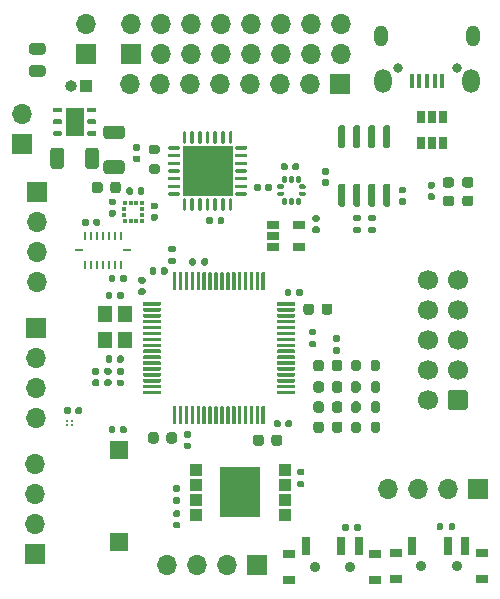
<source format=gbr>
%TF.GenerationSoftware,KiCad,Pcbnew,(5.1.9)-1*%
%TF.CreationDate,2021-10-28T19:53:03+05:30*%
%TF.ProjectId,royal_fc,726f7961-6c5f-4666-932e-6b696361645f,v1.0*%
%TF.SameCoordinates,Original*%
%TF.FileFunction,Soldermask,Top*%
%TF.FilePolarity,Negative*%
%FSLAX46Y46*%
G04 Gerber Fmt 4.6, Leading zero omitted, Abs format (unit mm)*
G04 Created by KiCad (PCBNEW (5.1.9)-1) date 2021-10-28 19:53:03*
%MOMM*%
%LPD*%
G01*
G04 APERTURE LIST*
%ADD10R,0.675000X0.250000*%
%ADD11R,0.250000X0.675000*%
%ADD12R,0.250000X0.280000*%
%ADD13R,0.280000X0.250000*%
%ADD14R,3.450000X4.350000*%
%ADD15R,1.058000X0.988000*%
%ADD16O,0.800000X0.800000*%
%ADD17O,1.150000X1.800000*%
%ADD18O,1.450000X2.000000*%
%ADD19R,0.450000X1.300000*%
%ADD20O,1.000000X1.000000*%
%ADD21R,1.000000X1.000000*%
%ADD22R,1.700000X1.700000*%
%ADD23O,1.700000X1.700000*%
%ADD24R,1.500000X1.500000*%
%ADD25R,1.500000X2.400000*%
%ADD26R,1.060000X0.650000*%
%ADD27R,0.350000X0.375000*%
%ADD28R,0.375000X0.350000*%
%ADD29C,0.900000*%
%ADD30R,0.700000X1.500000*%
%ADD31R,1.000000X0.800000*%
%ADD32C,1.700000*%
%ADD33R,0.650000X1.060000*%
%ADD34R,4.250000X4.250000*%
%ADD35R,1.200000X1.400000*%
G04 APERTURE END LIST*
D10*
%TO.C,U6*%
X30180000Y-122680000D03*
D11*
X30692500Y-123942500D03*
X31192500Y-123942500D03*
X31692500Y-123942500D03*
X32192500Y-123942500D03*
X32692500Y-123942500D03*
X33192500Y-123942500D03*
X33692500Y-123942500D03*
D10*
X34205000Y-122680000D03*
D11*
X33692500Y-121417500D03*
X33192500Y-121417500D03*
X32692500Y-121417500D03*
X32192500Y-121417500D03*
X31692500Y-121417500D03*
X31192500Y-121417500D03*
X30692500Y-121417500D03*
%TD*%
D12*
%TO.C,IC4*%
X29175000Y-137495000D03*
D13*
X29145000Y-137095000D03*
D12*
X29545000Y-137095000D03*
D13*
X29545000Y-137495000D03*
%TD*%
D14*
%TO.C,IC3*%
X43810000Y-143120000D03*
D15*
X40035000Y-145055000D03*
X40035000Y-143785000D03*
X40035000Y-142515000D03*
X40035000Y-141245000D03*
X47585000Y-141245000D03*
X47585000Y-142515000D03*
X47585000Y-143785000D03*
X47585000Y-145055000D03*
%TD*%
D16*
%TO.C,USB1*%
X57130000Y-107250000D03*
X62130000Y-107250000D03*
D17*
X55755000Y-104500000D03*
X63505000Y-104500000D03*
D18*
X55905000Y-108300000D03*
X63355000Y-108300000D03*
D19*
X58330000Y-108350000D03*
X58980000Y-108350000D03*
X59630000Y-108350000D03*
X60280000Y-108350000D03*
X60930000Y-108350000D03*
%TD*%
D20*
%TO.C,JP1*%
X29440000Y-108770000D03*
D21*
X30710000Y-108770000D03*
%TD*%
D22*
%TO.C,VIN1*%
X25330000Y-113650000D03*
D23*
X25330000Y-111110000D03*
%TD*%
%TO.C,8  7  6*%
X34500000Y-108560000D03*
X37040000Y-108560000D03*
X39580000Y-108560000D03*
X42120000Y-108560000D03*
X44660000Y-108560000D03*
X47200000Y-108560000D03*
X49740000Y-108560000D03*
D22*
X52280000Y-108560000D03*
%TD*%
%TO.C,R16*%
G36*
G01*
X40520000Y-123835000D02*
X40520000Y-123465000D01*
G75*
G02*
X40655000Y-123330000I135000J0D01*
G01*
X40925000Y-123330000D01*
G75*
G02*
X41060000Y-123465000I0J-135000D01*
G01*
X41060000Y-123835000D01*
G75*
G02*
X40925000Y-123970000I-135000J0D01*
G01*
X40655000Y-123970000D01*
G75*
G02*
X40520000Y-123835000I0J135000D01*
G01*
G37*
G36*
G01*
X39500000Y-123835000D02*
X39500000Y-123465000D01*
G75*
G02*
X39635000Y-123330000I135000J0D01*
G01*
X39905000Y-123330000D01*
G75*
G02*
X40040000Y-123465000I0J-135000D01*
G01*
X40040000Y-123835000D01*
G75*
G02*
X39905000Y-123970000I-135000J0D01*
G01*
X39635000Y-123970000D01*
G75*
G02*
X39500000Y-123835000I0J135000D01*
G01*
G37*
%TD*%
%TO.C,R15*%
G36*
G01*
X38215000Y-122810000D02*
X37845000Y-122810000D01*
G75*
G02*
X37710000Y-122675000I0J135000D01*
G01*
X37710000Y-122405000D01*
G75*
G02*
X37845000Y-122270000I135000J0D01*
G01*
X38215000Y-122270000D01*
G75*
G02*
X38350000Y-122405000I0J-135000D01*
G01*
X38350000Y-122675000D01*
G75*
G02*
X38215000Y-122810000I-135000J0D01*
G01*
G37*
G36*
G01*
X38215000Y-123830000D02*
X37845000Y-123830000D01*
G75*
G02*
X37710000Y-123695000I0J135000D01*
G01*
X37710000Y-123425000D01*
G75*
G02*
X37845000Y-123290000I135000J0D01*
G01*
X38215000Y-123290000D01*
G75*
G02*
X38350000Y-123425000I0J-135000D01*
G01*
X38350000Y-123695000D01*
G75*
G02*
X38215000Y-123830000I-135000J0D01*
G01*
G37*
%TD*%
%TO.C,R14*%
G36*
G01*
X49745000Y-130340000D02*
X50115000Y-130340000D01*
G75*
G02*
X50250000Y-130475000I0J-135000D01*
G01*
X50250000Y-130745000D01*
G75*
G02*
X50115000Y-130880000I-135000J0D01*
G01*
X49745000Y-130880000D01*
G75*
G02*
X49610000Y-130745000I0J135000D01*
G01*
X49610000Y-130475000D01*
G75*
G02*
X49745000Y-130340000I135000J0D01*
G01*
G37*
G36*
G01*
X49745000Y-129320000D02*
X50115000Y-129320000D01*
G75*
G02*
X50250000Y-129455000I0J-135000D01*
G01*
X50250000Y-129725000D01*
G75*
G02*
X50115000Y-129860000I-135000J0D01*
G01*
X49745000Y-129860000D01*
G75*
G02*
X49610000Y-129725000I0J135000D01*
G01*
X49610000Y-129455000D01*
G75*
G02*
X49745000Y-129320000I135000J0D01*
G01*
G37*
%TD*%
%TO.C,R13*%
G36*
G01*
X52135000Y-130390000D02*
X51765000Y-130390000D01*
G75*
G02*
X51630000Y-130255000I0J135000D01*
G01*
X51630000Y-129985000D01*
G75*
G02*
X51765000Y-129850000I135000J0D01*
G01*
X52135000Y-129850000D01*
G75*
G02*
X52270000Y-129985000I0J-135000D01*
G01*
X52270000Y-130255000D01*
G75*
G02*
X52135000Y-130390000I-135000J0D01*
G01*
G37*
G36*
G01*
X52135000Y-131410000D02*
X51765000Y-131410000D01*
G75*
G02*
X51630000Y-131275000I0J135000D01*
G01*
X51630000Y-131005000D01*
G75*
G02*
X51765000Y-130870000I135000J0D01*
G01*
X52135000Y-130870000D01*
G75*
G02*
X52270000Y-131005000I0J-135000D01*
G01*
X52270000Y-131275000D01*
G75*
G02*
X52135000Y-131410000I-135000J0D01*
G01*
G37*
%TD*%
%TO.C,R4*%
G36*
G01*
X55165000Y-120210000D02*
X54795000Y-120210000D01*
G75*
G02*
X54660000Y-120075000I0J135000D01*
G01*
X54660000Y-119805000D01*
G75*
G02*
X54795000Y-119670000I135000J0D01*
G01*
X55165000Y-119670000D01*
G75*
G02*
X55300000Y-119805000I0J-135000D01*
G01*
X55300000Y-120075000D01*
G75*
G02*
X55165000Y-120210000I-135000J0D01*
G01*
G37*
G36*
G01*
X55165000Y-121230000D02*
X54795000Y-121230000D01*
G75*
G02*
X54660000Y-121095000I0J135000D01*
G01*
X54660000Y-120825000D01*
G75*
G02*
X54795000Y-120690000I135000J0D01*
G01*
X55165000Y-120690000D01*
G75*
G02*
X55300000Y-120825000I0J-135000D01*
G01*
X55300000Y-121095000D01*
G75*
G02*
X55165000Y-121230000I-135000J0D01*
G01*
G37*
%TD*%
%TO.C,R3*%
G36*
G01*
X53865000Y-120210000D02*
X53495000Y-120210000D01*
G75*
G02*
X53360000Y-120075000I0J135000D01*
G01*
X53360000Y-119805000D01*
G75*
G02*
X53495000Y-119670000I135000J0D01*
G01*
X53865000Y-119670000D01*
G75*
G02*
X54000000Y-119805000I0J-135000D01*
G01*
X54000000Y-120075000D01*
G75*
G02*
X53865000Y-120210000I-135000J0D01*
G01*
G37*
G36*
G01*
X53865000Y-121230000D02*
X53495000Y-121230000D01*
G75*
G02*
X53360000Y-121095000I0J135000D01*
G01*
X53360000Y-120825000D01*
G75*
G02*
X53495000Y-120690000I135000J0D01*
G01*
X53865000Y-120690000D01*
G75*
G02*
X54000000Y-120825000I0J-135000D01*
G01*
X54000000Y-121095000D01*
G75*
G02*
X53865000Y-121230000I-135000J0D01*
G01*
G37*
%TD*%
%TO.C,C24*%
G36*
G01*
X33630000Y-125220000D02*
X33630000Y-124880000D01*
G75*
G02*
X33770000Y-124740000I140000J0D01*
G01*
X34050000Y-124740000D01*
G75*
G02*
X34190000Y-124880000I0J-140000D01*
G01*
X34190000Y-125220000D01*
G75*
G02*
X34050000Y-125360000I-140000J0D01*
G01*
X33770000Y-125360000D01*
G75*
G02*
X33630000Y-125220000I0J140000D01*
G01*
G37*
G36*
G01*
X32670000Y-125220000D02*
X32670000Y-124880000D01*
G75*
G02*
X32810000Y-124740000I140000J0D01*
G01*
X33090000Y-124740000D01*
G75*
G02*
X33230000Y-124880000I0J-140000D01*
G01*
X33230000Y-125220000D01*
G75*
G02*
X33090000Y-125360000I-140000J0D01*
G01*
X32810000Y-125360000D01*
G75*
G02*
X32670000Y-125220000I0J140000D01*
G01*
G37*
%TD*%
D24*
%TO.C,S3*%
X33530000Y-147350000D03*
X33530000Y-139550000D03*
%TD*%
%TO.C,U3*%
G36*
G01*
X35560000Y-127285000D02*
X35560000Y-127135000D01*
G75*
G02*
X35635000Y-127060000I75000J0D01*
G01*
X37035000Y-127060000D01*
G75*
G02*
X37110000Y-127135000I0J-75000D01*
G01*
X37110000Y-127285000D01*
G75*
G02*
X37035000Y-127360000I-75000J0D01*
G01*
X35635000Y-127360000D01*
G75*
G02*
X35560000Y-127285000I0J75000D01*
G01*
G37*
G36*
G01*
X35560000Y-127785000D02*
X35560000Y-127635000D01*
G75*
G02*
X35635000Y-127560000I75000J0D01*
G01*
X37035000Y-127560000D01*
G75*
G02*
X37110000Y-127635000I0J-75000D01*
G01*
X37110000Y-127785000D01*
G75*
G02*
X37035000Y-127860000I-75000J0D01*
G01*
X35635000Y-127860000D01*
G75*
G02*
X35560000Y-127785000I0J75000D01*
G01*
G37*
G36*
G01*
X35560000Y-128285000D02*
X35560000Y-128135000D01*
G75*
G02*
X35635000Y-128060000I75000J0D01*
G01*
X37035000Y-128060000D01*
G75*
G02*
X37110000Y-128135000I0J-75000D01*
G01*
X37110000Y-128285000D01*
G75*
G02*
X37035000Y-128360000I-75000J0D01*
G01*
X35635000Y-128360000D01*
G75*
G02*
X35560000Y-128285000I0J75000D01*
G01*
G37*
G36*
G01*
X35560000Y-128785000D02*
X35560000Y-128635000D01*
G75*
G02*
X35635000Y-128560000I75000J0D01*
G01*
X37035000Y-128560000D01*
G75*
G02*
X37110000Y-128635000I0J-75000D01*
G01*
X37110000Y-128785000D01*
G75*
G02*
X37035000Y-128860000I-75000J0D01*
G01*
X35635000Y-128860000D01*
G75*
G02*
X35560000Y-128785000I0J75000D01*
G01*
G37*
G36*
G01*
X35560000Y-129285000D02*
X35560000Y-129135000D01*
G75*
G02*
X35635000Y-129060000I75000J0D01*
G01*
X37035000Y-129060000D01*
G75*
G02*
X37110000Y-129135000I0J-75000D01*
G01*
X37110000Y-129285000D01*
G75*
G02*
X37035000Y-129360000I-75000J0D01*
G01*
X35635000Y-129360000D01*
G75*
G02*
X35560000Y-129285000I0J75000D01*
G01*
G37*
G36*
G01*
X35560000Y-129785000D02*
X35560000Y-129635000D01*
G75*
G02*
X35635000Y-129560000I75000J0D01*
G01*
X37035000Y-129560000D01*
G75*
G02*
X37110000Y-129635000I0J-75000D01*
G01*
X37110000Y-129785000D01*
G75*
G02*
X37035000Y-129860000I-75000J0D01*
G01*
X35635000Y-129860000D01*
G75*
G02*
X35560000Y-129785000I0J75000D01*
G01*
G37*
G36*
G01*
X35560000Y-130285000D02*
X35560000Y-130135000D01*
G75*
G02*
X35635000Y-130060000I75000J0D01*
G01*
X37035000Y-130060000D01*
G75*
G02*
X37110000Y-130135000I0J-75000D01*
G01*
X37110000Y-130285000D01*
G75*
G02*
X37035000Y-130360000I-75000J0D01*
G01*
X35635000Y-130360000D01*
G75*
G02*
X35560000Y-130285000I0J75000D01*
G01*
G37*
G36*
G01*
X35560000Y-130785000D02*
X35560000Y-130635000D01*
G75*
G02*
X35635000Y-130560000I75000J0D01*
G01*
X37035000Y-130560000D01*
G75*
G02*
X37110000Y-130635000I0J-75000D01*
G01*
X37110000Y-130785000D01*
G75*
G02*
X37035000Y-130860000I-75000J0D01*
G01*
X35635000Y-130860000D01*
G75*
G02*
X35560000Y-130785000I0J75000D01*
G01*
G37*
G36*
G01*
X35560000Y-131285000D02*
X35560000Y-131135000D01*
G75*
G02*
X35635000Y-131060000I75000J0D01*
G01*
X37035000Y-131060000D01*
G75*
G02*
X37110000Y-131135000I0J-75000D01*
G01*
X37110000Y-131285000D01*
G75*
G02*
X37035000Y-131360000I-75000J0D01*
G01*
X35635000Y-131360000D01*
G75*
G02*
X35560000Y-131285000I0J75000D01*
G01*
G37*
G36*
G01*
X35560000Y-131785000D02*
X35560000Y-131635000D01*
G75*
G02*
X35635000Y-131560000I75000J0D01*
G01*
X37035000Y-131560000D01*
G75*
G02*
X37110000Y-131635000I0J-75000D01*
G01*
X37110000Y-131785000D01*
G75*
G02*
X37035000Y-131860000I-75000J0D01*
G01*
X35635000Y-131860000D01*
G75*
G02*
X35560000Y-131785000I0J75000D01*
G01*
G37*
G36*
G01*
X35560000Y-132285000D02*
X35560000Y-132135000D01*
G75*
G02*
X35635000Y-132060000I75000J0D01*
G01*
X37035000Y-132060000D01*
G75*
G02*
X37110000Y-132135000I0J-75000D01*
G01*
X37110000Y-132285000D01*
G75*
G02*
X37035000Y-132360000I-75000J0D01*
G01*
X35635000Y-132360000D01*
G75*
G02*
X35560000Y-132285000I0J75000D01*
G01*
G37*
G36*
G01*
X35560000Y-132785000D02*
X35560000Y-132635000D01*
G75*
G02*
X35635000Y-132560000I75000J0D01*
G01*
X37035000Y-132560000D01*
G75*
G02*
X37110000Y-132635000I0J-75000D01*
G01*
X37110000Y-132785000D01*
G75*
G02*
X37035000Y-132860000I-75000J0D01*
G01*
X35635000Y-132860000D01*
G75*
G02*
X35560000Y-132785000I0J75000D01*
G01*
G37*
G36*
G01*
X35560000Y-133285000D02*
X35560000Y-133135000D01*
G75*
G02*
X35635000Y-133060000I75000J0D01*
G01*
X37035000Y-133060000D01*
G75*
G02*
X37110000Y-133135000I0J-75000D01*
G01*
X37110000Y-133285000D01*
G75*
G02*
X37035000Y-133360000I-75000J0D01*
G01*
X35635000Y-133360000D01*
G75*
G02*
X35560000Y-133285000I0J75000D01*
G01*
G37*
G36*
G01*
X35560000Y-133785000D02*
X35560000Y-133635000D01*
G75*
G02*
X35635000Y-133560000I75000J0D01*
G01*
X37035000Y-133560000D01*
G75*
G02*
X37110000Y-133635000I0J-75000D01*
G01*
X37110000Y-133785000D01*
G75*
G02*
X37035000Y-133860000I-75000J0D01*
G01*
X35635000Y-133860000D01*
G75*
G02*
X35560000Y-133785000I0J75000D01*
G01*
G37*
G36*
G01*
X35560000Y-134285000D02*
X35560000Y-134135000D01*
G75*
G02*
X35635000Y-134060000I75000J0D01*
G01*
X37035000Y-134060000D01*
G75*
G02*
X37110000Y-134135000I0J-75000D01*
G01*
X37110000Y-134285000D01*
G75*
G02*
X37035000Y-134360000I-75000J0D01*
G01*
X35635000Y-134360000D01*
G75*
G02*
X35560000Y-134285000I0J75000D01*
G01*
G37*
G36*
G01*
X35560000Y-134785000D02*
X35560000Y-134635000D01*
G75*
G02*
X35635000Y-134560000I75000J0D01*
G01*
X37035000Y-134560000D01*
G75*
G02*
X37110000Y-134635000I0J-75000D01*
G01*
X37110000Y-134785000D01*
G75*
G02*
X37035000Y-134860000I-75000J0D01*
G01*
X35635000Y-134860000D01*
G75*
G02*
X35560000Y-134785000I0J75000D01*
G01*
G37*
G36*
G01*
X38110000Y-137335000D02*
X38110000Y-135935000D01*
G75*
G02*
X38185000Y-135860000I75000J0D01*
G01*
X38335000Y-135860000D01*
G75*
G02*
X38410000Y-135935000I0J-75000D01*
G01*
X38410000Y-137335000D01*
G75*
G02*
X38335000Y-137410000I-75000J0D01*
G01*
X38185000Y-137410000D01*
G75*
G02*
X38110000Y-137335000I0J75000D01*
G01*
G37*
G36*
G01*
X38610000Y-137335000D02*
X38610000Y-135935000D01*
G75*
G02*
X38685000Y-135860000I75000J0D01*
G01*
X38835000Y-135860000D01*
G75*
G02*
X38910000Y-135935000I0J-75000D01*
G01*
X38910000Y-137335000D01*
G75*
G02*
X38835000Y-137410000I-75000J0D01*
G01*
X38685000Y-137410000D01*
G75*
G02*
X38610000Y-137335000I0J75000D01*
G01*
G37*
G36*
G01*
X39110000Y-137335000D02*
X39110000Y-135935000D01*
G75*
G02*
X39185000Y-135860000I75000J0D01*
G01*
X39335000Y-135860000D01*
G75*
G02*
X39410000Y-135935000I0J-75000D01*
G01*
X39410000Y-137335000D01*
G75*
G02*
X39335000Y-137410000I-75000J0D01*
G01*
X39185000Y-137410000D01*
G75*
G02*
X39110000Y-137335000I0J75000D01*
G01*
G37*
G36*
G01*
X39610000Y-137335000D02*
X39610000Y-135935000D01*
G75*
G02*
X39685000Y-135860000I75000J0D01*
G01*
X39835000Y-135860000D01*
G75*
G02*
X39910000Y-135935000I0J-75000D01*
G01*
X39910000Y-137335000D01*
G75*
G02*
X39835000Y-137410000I-75000J0D01*
G01*
X39685000Y-137410000D01*
G75*
G02*
X39610000Y-137335000I0J75000D01*
G01*
G37*
G36*
G01*
X40110000Y-137335000D02*
X40110000Y-135935000D01*
G75*
G02*
X40185000Y-135860000I75000J0D01*
G01*
X40335000Y-135860000D01*
G75*
G02*
X40410000Y-135935000I0J-75000D01*
G01*
X40410000Y-137335000D01*
G75*
G02*
X40335000Y-137410000I-75000J0D01*
G01*
X40185000Y-137410000D01*
G75*
G02*
X40110000Y-137335000I0J75000D01*
G01*
G37*
G36*
G01*
X40610000Y-137335000D02*
X40610000Y-135935000D01*
G75*
G02*
X40685000Y-135860000I75000J0D01*
G01*
X40835000Y-135860000D01*
G75*
G02*
X40910000Y-135935000I0J-75000D01*
G01*
X40910000Y-137335000D01*
G75*
G02*
X40835000Y-137410000I-75000J0D01*
G01*
X40685000Y-137410000D01*
G75*
G02*
X40610000Y-137335000I0J75000D01*
G01*
G37*
G36*
G01*
X41110000Y-137335000D02*
X41110000Y-135935000D01*
G75*
G02*
X41185000Y-135860000I75000J0D01*
G01*
X41335000Y-135860000D01*
G75*
G02*
X41410000Y-135935000I0J-75000D01*
G01*
X41410000Y-137335000D01*
G75*
G02*
X41335000Y-137410000I-75000J0D01*
G01*
X41185000Y-137410000D01*
G75*
G02*
X41110000Y-137335000I0J75000D01*
G01*
G37*
G36*
G01*
X41610000Y-137335000D02*
X41610000Y-135935000D01*
G75*
G02*
X41685000Y-135860000I75000J0D01*
G01*
X41835000Y-135860000D01*
G75*
G02*
X41910000Y-135935000I0J-75000D01*
G01*
X41910000Y-137335000D01*
G75*
G02*
X41835000Y-137410000I-75000J0D01*
G01*
X41685000Y-137410000D01*
G75*
G02*
X41610000Y-137335000I0J75000D01*
G01*
G37*
G36*
G01*
X42110000Y-137335000D02*
X42110000Y-135935000D01*
G75*
G02*
X42185000Y-135860000I75000J0D01*
G01*
X42335000Y-135860000D01*
G75*
G02*
X42410000Y-135935000I0J-75000D01*
G01*
X42410000Y-137335000D01*
G75*
G02*
X42335000Y-137410000I-75000J0D01*
G01*
X42185000Y-137410000D01*
G75*
G02*
X42110000Y-137335000I0J75000D01*
G01*
G37*
G36*
G01*
X42610000Y-137335000D02*
X42610000Y-135935000D01*
G75*
G02*
X42685000Y-135860000I75000J0D01*
G01*
X42835000Y-135860000D01*
G75*
G02*
X42910000Y-135935000I0J-75000D01*
G01*
X42910000Y-137335000D01*
G75*
G02*
X42835000Y-137410000I-75000J0D01*
G01*
X42685000Y-137410000D01*
G75*
G02*
X42610000Y-137335000I0J75000D01*
G01*
G37*
G36*
G01*
X43110000Y-137335000D02*
X43110000Y-135935000D01*
G75*
G02*
X43185000Y-135860000I75000J0D01*
G01*
X43335000Y-135860000D01*
G75*
G02*
X43410000Y-135935000I0J-75000D01*
G01*
X43410000Y-137335000D01*
G75*
G02*
X43335000Y-137410000I-75000J0D01*
G01*
X43185000Y-137410000D01*
G75*
G02*
X43110000Y-137335000I0J75000D01*
G01*
G37*
G36*
G01*
X43610000Y-137335000D02*
X43610000Y-135935000D01*
G75*
G02*
X43685000Y-135860000I75000J0D01*
G01*
X43835000Y-135860000D01*
G75*
G02*
X43910000Y-135935000I0J-75000D01*
G01*
X43910000Y-137335000D01*
G75*
G02*
X43835000Y-137410000I-75000J0D01*
G01*
X43685000Y-137410000D01*
G75*
G02*
X43610000Y-137335000I0J75000D01*
G01*
G37*
G36*
G01*
X44110000Y-137335000D02*
X44110000Y-135935000D01*
G75*
G02*
X44185000Y-135860000I75000J0D01*
G01*
X44335000Y-135860000D01*
G75*
G02*
X44410000Y-135935000I0J-75000D01*
G01*
X44410000Y-137335000D01*
G75*
G02*
X44335000Y-137410000I-75000J0D01*
G01*
X44185000Y-137410000D01*
G75*
G02*
X44110000Y-137335000I0J75000D01*
G01*
G37*
G36*
G01*
X44610000Y-137335000D02*
X44610000Y-135935000D01*
G75*
G02*
X44685000Y-135860000I75000J0D01*
G01*
X44835000Y-135860000D01*
G75*
G02*
X44910000Y-135935000I0J-75000D01*
G01*
X44910000Y-137335000D01*
G75*
G02*
X44835000Y-137410000I-75000J0D01*
G01*
X44685000Y-137410000D01*
G75*
G02*
X44610000Y-137335000I0J75000D01*
G01*
G37*
G36*
G01*
X45110000Y-137335000D02*
X45110000Y-135935000D01*
G75*
G02*
X45185000Y-135860000I75000J0D01*
G01*
X45335000Y-135860000D01*
G75*
G02*
X45410000Y-135935000I0J-75000D01*
G01*
X45410000Y-137335000D01*
G75*
G02*
X45335000Y-137410000I-75000J0D01*
G01*
X45185000Y-137410000D01*
G75*
G02*
X45110000Y-137335000I0J75000D01*
G01*
G37*
G36*
G01*
X45610000Y-137335000D02*
X45610000Y-135935000D01*
G75*
G02*
X45685000Y-135860000I75000J0D01*
G01*
X45835000Y-135860000D01*
G75*
G02*
X45910000Y-135935000I0J-75000D01*
G01*
X45910000Y-137335000D01*
G75*
G02*
X45835000Y-137410000I-75000J0D01*
G01*
X45685000Y-137410000D01*
G75*
G02*
X45610000Y-137335000I0J75000D01*
G01*
G37*
G36*
G01*
X46910000Y-134785000D02*
X46910000Y-134635000D01*
G75*
G02*
X46985000Y-134560000I75000J0D01*
G01*
X48385000Y-134560000D01*
G75*
G02*
X48460000Y-134635000I0J-75000D01*
G01*
X48460000Y-134785000D01*
G75*
G02*
X48385000Y-134860000I-75000J0D01*
G01*
X46985000Y-134860000D01*
G75*
G02*
X46910000Y-134785000I0J75000D01*
G01*
G37*
G36*
G01*
X46910000Y-134285000D02*
X46910000Y-134135000D01*
G75*
G02*
X46985000Y-134060000I75000J0D01*
G01*
X48385000Y-134060000D01*
G75*
G02*
X48460000Y-134135000I0J-75000D01*
G01*
X48460000Y-134285000D01*
G75*
G02*
X48385000Y-134360000I-75000J0D01*
G01*
X46985000Y-134360000D01*
G75*
G02*
X46910000Y-134285000I0J75000D01*
G01*
G37*
G36*
G01*
X46910000Y-133785000D02*
X46910000Y-133635000D01*
G75*
G02*
X46985000Y-133560000I75000J0D01*
G01*
X48385000Y-133560000D01*
G75*
G02*
X48460000Y-133635000I0J-75000D01*
G01*
X48460000Y-133785000D01*
G75*
G02*
X48385000Y-133860000I-75000J0D01*
G01*
X46985000Y-133860000D01*
G75*
G02*
X46910000Y-133785000I0J75000D01*
G01*
G37*
G36*
G01*
X46910000Y-133285000D02*
X46910000Y-133135000D01*
G75*
G02*
X46985000Y-133060000I75000J0D01*
G01*
X48385000Y-133060000D01*
G75*
G02*
X48460000Y-133135000I0J-75000D01*
G01*
X48460000Y-133285000D01*
G75*
G02*
X48385000Y-133360000I-75000J0D01*
G01*
X46985000Y-133360000D01*
G75*
G02*
X46910000Y-133285000I0J75000D01*
G01*
G37*
G36*
G01*
X46910000Y-132785000D02*
X46910000Y-132635000D01*
G75*
G02*
X46985000Y-132560000I75000J0D01*
G01*
X48385000Y-132560000D01*
G75*
G02*
X48460000Y-132635000I0J-75000D01*
G01*
X48460000Y-132785000D01*
G75*
G02*
X48385000Y-132860000I-75000J0D01*
G01*
X46985000Y-132860000D01*
G75*
G02*
X46910000Y-132785000I0J75000D01*
G01*
G37*
G36*
G01*
X46910000Y-132285000D02*
X46910000Y-132135000D01*
G75*
G02*
X46985000Y-132060000I75000J0D01*
G01*
X48385000Y-132060000D01*
G75*
G02*
X48460000Y-132135000I0J-75000D01*
G01*
X48460000Y-132285000D01*
G75*
G02*
X48385000Y-132360000I-75000J0D01*
G01*
X46985000Y-132360000D01*
G75*
G02*
X46910000Y-132285000I0J75000D01*
G01*
G37*
G36*
G01*
X46910000Y-131785000D02*
X46910000Y-131635000D01*
G75*
G02*
X46985000Y-131560000I75000J0D01*
G01*
X48385000Y-131560000D01*
G75*
G02*
X48460000Y-131635000I0J-75000D01*
G01*
X48460000Y-131785000D01*
G75*
G02*
X48385000Y-131860000I-75000J0D01*
G01*
X46985000Y-131860000D01*
G75*
G02*
X46910000Y-131785000I0J75000D01*
G01*
G37*
G36*
G01*
X46910000Y-131285000D02*
X46910000Y-131135000D01*
G75*
G02*
X46985000Y-131060000I75000J0D01*
G01*
X48385000Y-131060000D01*
G75*
G02*
X48460000Y-131135000I0J-75000D01*
G01*
X48460000Y-131285000D01*
G75*
G02*
X48385000Y-131360000I-75000J0D01*
G01*
X46985000Y-131360000D01*
G75*
G02*
X46910000Y-131285000I0J75000D01*
G01*
G37*
G36*
G01*
X46910000Y-130785000D02*
X46910000Y-130635000D01*
G75*
G02*
X46985000Y-130560000I75000J0D01*
G01*
X48385000Y-130560000D01*
G75*
G02*
X48460000Y-130635000I0J-75000D01*
G01*
X48460000Y-130785000D01*
G75*
G02*
X48385000Y-130860000I-75000J0D01*
G01*
X46985000Y-130860000D01*
G75*
G02*
X46910000Y-130785000I0J75000D01*
G01*
G37*
G36*
G01*
X46910000Y-130285000D02*
X46910000Y-130135000D01*
G75*
G02*
X46985000Y-130060000I75000J0D01*
G01*
X48385000Y-130060000D01*
G75*
G02*
X48460000Y-130135000I0J-75000D01*
G01*
X48460000Y-130285000D01*
G75*
G02*
X48385000Y-130360000I-75000J0D01*
G01*
X46985000Y-130360000D01*
G75*
G02*
X46910000Y-130285000I0J75000D01*
G01*
G37*
G36*
G01*
X46910000Y-129785000D02*
X46910000Y-129635000D01*
G75*
G02*
X46985000Y-129560000I75000J0D01*
G01*
X48385000Y-129560000D01*
G75*
G02*
X48460000Y-129635000I0J-75000D01*
G01*
X48460000Y-129785000D01*
G75*
G02*
X48385000Y-129860000I-75000J0D01*
G01*
X46985000Y-129860000D01*
G75*
G02*
X46910000Y-129785000I0J75000D01*
G01*
G37*
G36*
G01*
X46910000Y-129285000D02*
X46910000Y-129135000D01*
G75*
G02*
X46985000Y-129060000I75000J0D01*
G01*
X48385000Y-129060000D01*
G75*
G02*
X48460000Y-129135000I0J-75000D01*
G01*
X48460000Y-129285000D01*
G75*
G02*
X48385000Y-129360000I-75000J0D01*
G01*
X46985000Y-129360000D01*
G75*
G02*
X46910000Y-129285000I0J75000D01*
G01*
G37*
G36*
G01*
X46910000Y-128785000D02*
X46910000Y-128635000D01*
G75*
G02*
X46985000Y-128560000I75000J0D01*
G01*
X48385000Y-128560000D01*
G75*
G02*
X48460000Y-128635000I0J-75000D01*
G01*
X48460000Y-128785000D01*
G75*
G02*
X48385000Y-128860000I-75000J0D01*
G01*
X46985000Y-128860000D01*
G75*
G02*
X46910000Y-128785000I0J75000D01*
G01*
G37*
G36*
G01*
X46910000Y-128285000D02*
X46910000Y-128135000D01*
G75*
G02*
X46985000Y-128060000I75000J0D01*
G01*
X48385000Y-128060000D01*
G75*
G02*
X48460000Y-128135000I0J-75000D01*
G01*
X48460000Y-128285000D01*
G75*
G02*
X48385000Y-128360000I-75000J0D01*
G01*
X46985000Y-128360000D01*
G75*
G02*
X46910000Y-128285000I0J75000D01*
G01*
G37*
G36*
G01*
X46910000Y-127785000D02*
X46910000Y-127635000D01*
G75*
G02*
X46985000Y-127560000I75000J0D01*
G01*
X48385000Y-127560000D01*
G75*
G02*
X48460000Y-127635000I0J-75000D01*
G01*
X48460000Y-127785000D01*
G75*
G02*
X48385000Y-127860000I-75000J0D01*
G01*
X46985000Y-127860000D01*
G75*
G02*
X46910000Y-127785000I0J75000D01*
G01*
G37*
G36*
G01*
X46910000Y-127285000D02*
X46910000Y-127135000D01*
G75*
G02*
X46985000Y-127060000I75000J0D01*
G01*
X48385000Y-127060000D01*
G75*
G02*
X48460000Y-127135000I0J-75000D01*
G01*
X48460000Y-127285000D01*
G75*
G02*
X48385000Y-127360000I-75000J0D01*
G01*
X46985000Y-127360000D01*
G75*
G02*
X46910000Y-127285000I0J75000D01*
G01*
G37*
G36*
G01*
X45610000Y-125985000D02*
X45610000Y-124585000D01*
G75*
G02*
X45685000Y-124510000I75000J0D01*
G01*
X45835000Y-124510000D01*
G75*
G02*
X45910000Y-124585000I0J-75000D01*
G01*
X45910000Y-125985000D01*
G75*
G02*
X45835000Y-126060000I-75000J0D01*
G01*
X45685000Y-126060000D01*
G75*
G02*
X45610000Y-125985000I0J75000D01*
G01*
G37*
G36*
G01*
X45110000Y-125985000D02*
X45110000Y-124585000D01*
G75*
G02*
X45185000Y-124510000I75000J0D01*
G01*
X45335000Y-124510000D01*
G75*
G02*
X45410000Y-124585000I0J-75000D01*
G01*
X45410000Y-125985000D01*
G75*
G02*
X45335000Y-126060000I-75000J0D01*
G01*
X45185000Y-126060000D01*
G75*
G02*
X45110000Y-125985000I0J75000D01*
G01*
G37*
G36*
G01*
X44610000Y-125985000D02*
X44610000Y-124585000D01*
G75*
G02*
X44685000Y-124510000I75000J0D01*
G01*
X44835000Y-124510000D01*
G75*
G02*
X44910000Y-124585000I0J-75000D01*
G01*
X44910000Y-125985000D01*
G75*
G02*
X44835000Y-126060000I-75000J0D01*
G01*
X44685000Y-126060000D01*
G75*
G02*
X44610000Y-125985000I0J75000D01*
G01*
G37*
G36*
G01*
X44110000Y-125985000D02*
X44110000Y-124585000D01*
G75*
G02*
X44185000Y-124510000I75000J0D01*
G01*
X44335000Y-124510000D01*
G75*
G02*
X44410000Y-124585000I0J-75000D01*
G01*
X44410000Y-125985000D01*
G75*
G02*
X44335000Y-126060000I-75000J0D01*
G01*
X44185000Y-126060000D01*
G75*
G02*
X44110000Y-125985000I0J75000D01*
G01*
G37*
G36*
G01*
X43610000Y-125985000D02*
X43610000Y-124585000D01*
G75*
G02*
X43685000Y-124510000I75000J0D01*
G01*
X43835000Y-124510000D01*
G75*
G02*
X43910000Y-124585000I0J-75000D01*
G01*
X43910000Y-125985000D01*
G75*
G02*
X43835000Y-126060000I-75000J0D01*
G01*
X43685000Y-126060000D01*
G75*
G02*
X43610000Y-125985000I0J75000D01*
G01*
G37*
G36*
G01*
X43110000Y-125985000D02*
X43110000Y-124585000D01*
G75*
G02*
X43185000Y-124510000I75000J0D01*
G01*
X43335000Y-124510000D01*
G75*
G02*
X43410000Y-124585000I0J-75000D01*
G01*
X43410000Y-125985000D01*
G75*
G02*
X43335000Y-126060000I-75000J0D01*
G01*
X43185000Y-126060000D01*
G75*
G02*
X43110000Y-125985000I0J75000D01*
G01*
G37*
G36*
G01*
X42610000Y-125985000D02*
X42610000Y-124585000D01*
G75*
G02*
X42685000Y-124510000I75000J0D01*
G01*
X42835000Y-124510000D01*
G75*
G02*
X42910000Y-124585000I0J-75000D01*
G01*
X42910000Y-125985000D01*
G75*
G02*
X42835000Y-126060000I-75000J0D01*
G01*
X42685000Y-126060000D01*
G75*
G02*
X42610000Y-125985000I0J75000D01*
G01*
G37*
G36*
G01*
X42110000Y-125985000D02*
X42110000Y-124585000D01*
G75*
G02*
X42185000Y-124510000I75000J0D01*
G01*
X42335000Y-124510000D01*
G75*
G02*
X42410000Y-124585000I0J-75000D01*
G01*
X42410000Y-125985000D01*
G75*
G02*
X42335000Y-126060000I-75000J0D01*
G01*
X42185000Y-126060000D01*
G75*
G02*
X42110000Y-125985000I0J75000D01*
G01*
G37*
G36*
G01*
X41610000Y-125985000D02*
X41610000Y-124585000D01*
G75*
G02*
X41685000Y-124510000I75000J0D01*
G01*
X41835000Y-124510000D01*
G75*
G02*
X41910000Y-124585000I0J-75000D01*
G01*
X41910000Y-125985000D01*
G75*
G02*
X41835000Y-126060000I-75000J0D01*
G01*
X41685000Y-126060000D01*
G75*
G02*
X41610000Y-125985000I0J75000D01*
G01*
G37*
G36*
G01*
X41110000Y-125985000D02*
X41110000Y-124585000D01*
G75*
G02*
X41185000Y-124510000I75000J0D01*
G01*
X41335000Y-124510000D01*
G75*
G02*
X41410000Y-124585000I0J-75000D01*
G01*
X41410000Y-125985000D01*
G75*
G02*
X41335000Y-126060000I-75000J0D01*
G01*
X41185000Y-126060000D01*
G75*
G02*
X41110000Y-125985000I0J75000D01*
G01*
G37*
G36*
G01*
X40610000Y-125985000D02*
X40610000Y-124585000D01*
G75*
G02*
X40685000Y-124510000I75000J0D01*
G01*
X40835000Y-124510000D01*
G75*
G02*
X40910000Y-124585000I0J-75000D01*
G01*
X40910000Y-125985000D01*
G75*
G02*
X40835000Y-126060000I-75000J0D01*
G01*
X40685000Y-126060000D01*
G75*
G02*
X40610000Y-125985000I0J75000D01*
G01*
G37*
G36*
G01*
X40110000Y-125985000D02*
X40110000Y-124585000D01*
G75*
G02*
X40185000Y-124510000I75000J0D01*
G01*
X40335000Y-124510000D01*
G75*
G02*
X40410000Y-124585000I0J-75000D01*
G01*
X40410000Y-125985000D01*
G75*
G02*
X40335000Y-126060000I-75000J0D01*
G01*
X40185000Y-126060000D01*
G75*
G02*
X40110000Y-125985000I0J75000D01*
G01*
G37*
G36*
G01*
X39610000Y-125985000D02*
X39610000Y-124585000D01*
G75*
G02*
X39685000Y-124510000I75000J0D01*
G01*
X39835000Y-124510000D01*
G75*
G02*
X39910000Y-124585000I0J-75000D01*
G01*
X39910000Y-125985000D01*
G75*
G02*
X39835000Y-126060000I-75000J0D01*
G01*
X39685000Y-126060000D01*
G75*
G02*
X39610000Y-125985000I0J75000D01*
G01*
G37*
G36*
G01*
X39110000Y-125985000D02*
X39110000Y-124585000D01*
G75*
G02*
X39185000Y-124510000I75000J0D01*
G01*
X39335000Y-124510000D01*
G75*
G02*
X39410000Y-124585000I0J-75000D01*
G01*
X39410000Y-125985000D01*
G75*
G02*
X39335000Y-126060000I-75000J0D01*
G01*
X39185000Y-126060000D01*
G75*
G02*
X39110000Y-125985000I0J75000D01*
G01*
G37*
G36*
G01*
X38610000Y-125985000D02*
X38610000Y-124585000D01*
G75*
G02*
X38685000Y-124510000I75000J0D01*
G01*
X38835000Y-124510000D01*
G75*
G02*
X38910000Y-124585000I0J-75000D01*
G01*
X38910000Y-125985000D01*
G75*
G02*
X38835000Y-126060000I-75000J0D01*
G01*
X38685000Y-126060000D01*
G75*
G02*
X38610000Y-125985000I0J75000D01*
G01*
G37*
G36*
G01*
X38110000Y-125985000D02*
X38110000Y-124585000D01*
G75*
G02*
X38185000Y-124510000I75000J0D01*
G01*
X38335000Y-124510000D01*
G75*
G02*
X38410000Y-124585000I0J-75000D01*
G01*
X38410000Y-125985000D01*
G75*
G02*
X38335000Y-126060000I-75000J0D01*
G01*
X38185000Y-126060000D01*
G75*
G02*
X38110000Y-125985000I0J75000D01*
G01*
G37*
%TD*%
%TO.C,J2*%
G36*
G01*
X61173750Y-118050000D02*
X61686250Y-118050000D01*
G75*
G02*
X61905000Y-118268750I0J-218750D01*
G01*
X61905000Y-118706250D01*
G75*
G02*
X61686250Y-118925000I-218750J0D01*
G01*
X61173750Y-118925000D01*
G75*
G02*
X60955000Y-118706250I0J218750D01*
G01*
X60955000Y-118268750D01*
G75*
G02*
X61173750Y-118050000I218750J0D01*
G01*
G37*
G36*
G01*
X61173750Y-116475000D02*
X61686250Y-116475000D01*
G75*
G02*
X61905000Y-116693750I0J-218750D01*
G01*
X61905000Y-117131250D01*
G75*
G02*
X61686250Y-117350000I-218750J0D01*
G01*
X61173750Y-117350000D01*
G75*
G02*
X60955000Y-117131250I0J218750D01*
G01*
X60955000Y-116693750D01*
G75*
G02*
X61173750Y-116475000I218750J0D01*
G01*
G37*
%TD*%
%TO.C,F1*%
G36*
G01*
X62823750Y-118050000D02*
X63336250Y-118050000D01*
G75*
G02*
X63555000Y-118268750I0J-218750D01*
G01*
X63555000Y-118706250D01*
G75*
G02*
X63336250Y-118925000I-218750J0D01*
G01*
X62823750Y-118925000D01*
G75*
G02*
X62605000Y-118706250I0J218750D01*
G01*
X62605000Y-118268750D01*
G75*
G02*
X62823750Y-118050000I218750J0D01*
G01*
G37*
G36*
G01*
X62823750Y-116475000D02*
X63336250Y-116475000D01*
G75*
G02*
X63555000Y-116693750I0J-218750D01*
G01*
X63555000Y-117131250D01*
G75*
G02*
X63336250Y-117350000I-218750J0D01*
G01*
X62823750Y-117350000D01*
G75*
G02*
X62605000Y-117131250I0J218750D01*
G01*
X62605000Y-116693750D01*
G75*
G02*
X62823750Y-116475000I218750J0D01*
G01*
G37*
%TD*%
%TO.C,C1*%
G36*
G01*
X35650000Y-125500000D02*
X35310000Y-125500000D01*
G75*
G02*
X35170000Y-125360000I0J140000D01*
G01*
X35170000Y-125080000D01*
G75*
G02*
X35310000Y-124940000I140000J0D01*
G01*
X35650000Y-124940000D01*
G75*
G02*
X35790000Y-125080000I0J-140000D01*
G01*
X35790000Y-125360000D01*
G75*
G02*
X35650000Y-125500000I-140000J0D01*
G01*
G37*
G36*
G01*
X35650000Y-126460000D02*
X35310000Y-126460000D01*
G75*
G02*
X35170000Y-126320000I0J140000D01*
G01*
X35170000Y-126040000D01*
G75*
G02*
X35310000Y-125900000I140000J0D01*
G01*
X35650000Y-125900000D01*
G75*
G02*
X35790000Y-126040000I0J-140000D01*
G01*
X35790000Y-126320000D01*
G75*
G02*
X35650000Y-126460000I-140000J0D01*
G01*
G37*
%TD*%
%TO.C,C2*%
G36*
G01*
X38455000Y-138300000D02*
X38455000Y-138800000D01*
G75*
G02*
X38230000Y-139025000I-225000J0D01*
G01*
X37780000Y-139025000D01*
G75*
G02*
X37555000Y-138800000I0J225000D01*
G01*
X37555000Y-138300000D01*
G75*
G02*
X37780000Y-138075000I225000J0D01*
G01*
X38230000Y-138075000D01*
G75*
G02*
X38455000Y-138300000I0J-225000D01*
G01*
G37*
G36*
G01*
X36905000Y-138300000D02*
X36905000Y-138800000D01*
G75*
G02*
X36680000Y-139025000I-225000J0D01*
G01*
X36230000Y-139025000D01*
G75*
G02*
X36005000Y-138800000I0J225000D01*
G01*
X36005000Y-138300000D01*
G75*
G02*
X36230000Y-138075000I225000J0D01*
G01*
X36680000Y-138075000D01*
G75*
G02*
X36905000Y-138300000I0J-225000D01*
G01*
G37*
%TD*%
%TO.C,C3*%
G36*
G01*
X39160000Y-137990000D02*
X39500000Y-137990000D01*
G75*
G02*
X39640000Y-138130000I0J-140000D01*
G01*
X39640000Y-138410000D01*
G75*
G02*
X39500000Y-138550000I-140000J0D01*
G01*
X39160000Y-138550000D01*
G75*
G02*
X39020000Y-138410000I0J140000D01*
G01*
X39020000Y-138130000D01*
G75*
G02*
X39160000Y-137990000I140000J0D01*
G01*
G37*
G36*
G01*
X39160000Y-138950000D02*
X39500000Y-138950000D01*
G75*
G02*
X39640000Y-139090000I0J-140000D01*
G01*
X39640000Y-139370000D01*
G75*
G02*
X39500000Y-139510000I-140000J0D01*
G01*
X39160000Y-139510000D01*
G75*
G02*
X39020000Y-139370000I0J140000D01*
G01*
X39020000Y-139090000D01*
G75*
G02*
X39160000Y-138950000I140000J0D01*
G01*
G37*
%TD*%
%TO.C,C4*%
G36*
G01*
X46670000Y-137520000D02*
X46670000Y-137180000D01*
G75*
G02*
X46810000Y-137040000I140000J0D01*
G01*
X47090000Y-137040000D01*
G75*
G02*
X47230000Y-137180000I0J-140000D01*
G01*
X47230000Y-137520000D01*
G75*
G02*
X47090000Y-137660000I-140000J0D01*
G01*
X46810000Y-137660000D01*
G75*
G02*
X46670000Y-137520000I0J140000D01*
G01*
G37*
G36*
G01*
X47630000Y-137520000D02*
X47630000Y-137180000D01*
G75*
G02*
X47770000Y-137040000I140000J0D01*
G01*
X48050000Y-137040000D01*
G75*
G02*
X48190000Y-137180000I0J-140000D01*
G01*
X48190000Y-137520000D01*
G75*
G02*
X48050000Y-137660000I-140000J0D01*
G01*
X47770000Y-137660000D01*
G75*
G02*
X47630000Y-137520000I0J140000D01*
G01*
G37*
%TD*%
%TO.C,C5*%
G36*
G01*
X48540000Y-126400000D02*
X48540000Y-126060000D01*
G75*
G02*
X48680000Y-125920000I140000J0D01*
G01*
X48960000Y-125920000D01*
G75*
G02*
X49100000Y-126060000I0J-140000D01*
G01*
X49100000Y-126400000D01*
G75*
G02*
X48960000Y-126540000I-140000J0D01*
G01*
X48680000Y-126540000D01*
G75*
G02*
X48540000Y-126400000I0J140000D01*
G01*
G37*
G36*
G01*
X47580000Y-126400000D02*
X47580000Y-126060000D01*
G75*
G02*
X47720000Y-125920000I140000J0D01*
G01*
X48000000Y-125920000D01*
G75*
G02*
X48140000Y-126060000I0J-140000D01*
G01*
X48140000Y-126400000D01*
G75*
G02*
X48000000Y-126540000I-140000J0D01*
G01*
X47720000Y-126540000D01*
G75*
G02*
X47580000Y-126400000I0J140000D01*
G01*
G37*
%TD*%
%TO.C,C6*%
G36*
G01*
X37660000Y-124250000D02*
X37660000Y-124590000D01*
G75*
G02*
X37520000Y-124730000I-140000J0D01*
G01*
X37240000Y-124730000D01*
G75*
G02*
X37100000Y-124590000I0J140000D01*
G01*
X37100000Y-124250000D01*
G75*
G02*
X37240000Y-124110000I140000J0D01*
G01*
X37520000Y-124110000D01*
G75*
G02*
X37660000Y-124250000I0J-140000D01*
G01*
G37*
G36*
G01*
X36700000Y-124250000D02*
X36700000Y-124590000D01*
G75*
G02*
X36560000Y-124730000I-140000J0D01*
G01*
X36280000Y-124730000D01*
G75*
G02*
X36140000Y-124590000I0J140000D01*
G01*
X36140000Y-124250000D01*
G75*
G02*
X36280000Y-124110000I140000J0D01*
G01*
X36560000Y-124110000D01*
G75*
G02*
X36700000Y-124250000I0J-140000D01*
G01*
G37*
%TD*%
%TO.C,C8*%
G36*
G01*
X33480000Y-133610000D02*
X33820000Y-133610000D01*
G75*
G02*
X33960000Y-133750000I0J-140000D01*
G01*
X33960000Y-134030000D01*
G75*
G02*
X33820000Y-134170000I-140000J0D01*
G01*
X33480000Y-134170000D01*
G75*
G02*
X33340000Y-134030000I0J140000D01*
G01*
X33340000Y-133750000D01*
G75*
G02*
X33480000Y-133610000I140000J0D01*
G01*
G37*
G36*
G01*
X33480000Y-132650000D02*
X33820000Y-132650000D01*
G75*
G02*
X33960000Y-132790000I0J-140000D01*
G01*
X33960000Y-133070000D01*
G75*
G02*
X33820000Y-133210000I-140000J0D01*
G01*
X33480000Y-133210000D01*
G75*
G02*
X33340000Y-133070000I0J140000D01*
G01*
X33340000Y-132790000D01*
G75*
G02*
X33480000Y-132650000I140000J0D01*
G01*
G37*
%TD*%
%TO.C,C9*%
G36*
G01*
X59810000Y-116890000D02*
X60150000Y-116890000D01*
G75*
G02*
X60290000Y-117030000I0J-140000D01*
G01*
X60290000Y-117310000D01*
G75*
G02*
X60150000Y-117450000I-140000J0D01*
G01*
X59810000Y-117450000D01*
G75*
G02*
X59670000Y-117310000I0J140000D01*
G01*
X59670000Y-117030000D01*
G75*
G02*
X59810000Y-116890000I140000J0D01*
G01*
G37*
G36*
G01*
X59810000Y-117850000D02*
X60150000Y-117850000D01*
G75*
G02*
X60290000Y-117990000I0J-140000D01*
G01*
X60290000Y-118270000D01*
G75*
G02*
X60150000Y-118410000I-140000J0D01*
G01*
X59810000Y-118410000D01*
G75*
G02*
X59670000Y-118270000I0J140000D01*
G01*
X59670000Y-117990000D01*
G75*
G02*
X59810000Y-117850000I140000J0D01*
G01*
G37*
%TD*%
%TO.C,C10*%
G36*
G01*
X32479999Y-112100000D02*
X33780001Y-112100000D01*
G75*
G02*
X34030000Y-112349999I0J-249999D01*
G01*
X34030000Y-113000001D01*
G75*
G02*
X33780001Y-113250000I-249999J0D01*
G01*
X32479999Y-113250000D01*
G75*
G02*
X32230000Y-113000001I0J249999D01*
G01*
X32230000Y-112349999D01*
G75*
G02*
X32479999Y-112100000I249999J0D01*
G01*
G37*
G36*
G01*
X32479999Y-115050000D02*
X33780001Y-115050000D01*
G75*
G02*
X34030000Y-115299999I0J-249999D01*
G01*
X34030000Y-115950001D01*
G75*
G02*
X33780001Y-116200000I-249999J0D01*
G01*
X32479999Y-116200000D01*
G75*
G02*
X32230000Y-115950001I0J249999D01*
G01*
X32230000Y-115299999D01*
G75*
G02*
X32479999Y-115050000I249999J0D01*
G01*
G37*
%TD*%
%TO.C,C11*%
G36*
G01*
X30690000Y-115530001D02*
X30690000Y-114229999D01*
G75*
G02*
X30939999Y-113980000I249999J0D01*
G01*
X31590001Y-113980000D01*
G75*
G02*
X31840000Y-114229999I0J-249999D01*
G01*
X31840000Y-115530001D01*
G75*
G02*
X31590001Y-115780000I-249999J0D01*
G01*
X30939999Y-115780000D01*
G75*
G02*
X30690000Y-115530001I0J249999D01*
G01*
G37*
G36*
G01*
X27740000Y-115530001D02*
X27740000Y-114229999D01*
G75*
G02*
X27989999Y-113980000I249999J0D01*
G01*
X28640001Y-113980000D01*
G75*
G02*
X28890000Y-114229999I0J-249999D01*
G01*
X28890000Y-115530001D01*
G75*
G02*
X28640001Y-115780000I-249999J0D01*
G01*
X27989999Y-115780000D01*
G75*
G02*
X27740000Y-115530001I0J249999D01*
G01*
G37*
%TD*%
%TO.C,C12*%
G36*
G01*
X44905000Y-139000000D02*
X44905000Y-138500000D01*
G75*
G02*
X45130000Y-138275000I225000J0D01*
G01*
X45580000Y-138275000D01*
G75*
G02*
X45805000Y-138500000I0J-225000D01*
G01*
X45805000Y-139000000D01*
G75*
G02*
X45580000Y-139225000I-225000J0D01*
G01*
X45130000Y-139225000D01*
G75*
G02*
X44905000Y-139000000I0J225000D01*
G01*
G37*
G36*
G01*
X46455000Y-139000000D02*
X46455000Y-138500000D01*
G75*
G02*
X46680000Y-138275000I225000J0D01*
G01*
X47130000Y-138275000D01*
G75*
G02*
X47355000Y-138500000I0J-225000D01*
G01*
X47355000Y-139000000D01*
G75*
G02*
X47130000Y-139225000I-225000J0D01*
G01*
X46680000Y-139225000D01*
G75*
G02*
X46455000Y-139000000I0J225000D01*
G01*
G37*
%TD*%
%TO.C,C13*%
G36*
G01*
X50705000Y-127900000D02*
X50705000Y-127400000D01*
G75*
G02*
X50930000Y-127175000I225000J0D01*
G01*
X51380000Y-127175000D01*
G75*
G02*
X51605000Y-127400000I0J-225000D01*
G01*
X51605000Y-127900000D01*
G75*
G02*
X51380000Y-128125000I-225000J0D01*
G01*
X50930000Y-128125000D01*
G75*
G02*
X50705000Y-127900000I0J225000D01*
G01*
G37*
G36*
G01*
X49155000Y-127900000D02*
X49155000Y-127400000D01*
G75*
G02*
X49380000Y-127175000I225000J0D01*
G01*
X49830000Y-127175000D01*
G75*
G02*
X50055000Y-127400000I0J-225000D01*
G01*
X50055000Y-127900000D01*
G75*
G02*
X49830000Y-128125000I-225000J0D01*
G01*
X49380000Y-128125000D01*
G75*
G02*
X49155000Y-127900000I0J225000D01*
G01*
G37*
%TD*%
%TO.C,C14*%
G36*
G01*
X51200000Y-116250000D02*
X50860000Y-116250000D01*
G75*
G02*
X50720000Y-116110000I0J140000D01*
G01*
X50720000Y-115830000D01*
G75*
G02*
X50860000Y-115690000I140000J0D01*
G01*
X51200000Y-115690000D01*
G75*
G02*
X51340000Y-115830000I0J-140000D01*
G01*
X51340000Y-116110000D01*
G75*
G02*
X51200000Y-116250000I-140000J0D01*
G01*
G37*
G36*
G01*
X51200000Y-117210000D02*
X50860000Y-117210000D01*
G75*
G02*
X50720000Y-117070000I0J140000D01*
G01*
X50720000Y-116790000D01*
G75*
G02*
X50860000Y-116650000I140000J0D01*
G01*
X51200000Y-116650000D01*
G75*
G02*
X51340000Y-116790000I0J-140000D01*
G01*
X51340000Y-117070000D01*
G75*
G02*
X51200000Y-117210000I-140000J0D01*
G01*
G37*
%TD*%
%TO.C,C15*%
G36*
G01*
X57700000Y-118810000D02*
X57360000Y-118810000D01*
G75*
G02*
X57220000Y-118670000I0J140000D01*
G01*
X57220000Y-118390000D01*
G75*
G02*
X57360000Y-118250000I140000J0D01*
G01*
X57700000Y-118250000D01*
G75*
G02*
X57840000Y-118390000I0J-140000D01*
G01*
X57840000Y-118670000D01*
G75*
G02*
X57700000Y-118810000I-140000J0D01*
G01*
G37*
G36*
G01*
X57700000Y-117850000D02*
X57360000Y-117850000D01*
G75*
G02*
X57220000Y-117710000I0J140000D01*
G01*
X57220000Y-117430000D01*
G75*
G02*
X57360000Y-117290000I140000J0D01*
G01*
X57700000Y-117290000D01*
G75*
G02*
X57840000Y-117430000I0J-140000D01*
G01*
X57840000Y-117710000D01*
G75*
G02*
X57700000Y-117850000I-140000J0D01*
G01*
G37*
%TD*%
%TO.C,C16*%
G36*
G01*
X50400000Y-120250000D02*
X50060000Y-120250000D01*
G75*
G02*
X49920000Y-120110000I0J140000D01*
G01*
X49920000Y-119830000D01*
G75*
G02*
X50060000Y-119690000I140000J0D01*
G01*
X50400000Y-119690000D01*
G75*
G02*
X50540000Y-119830000I0J-140000D01*
G01*
X50540000Y-120110000D01*
G75*
G02*
X50400000Y-120250000I-140000J0D01*
G01*
G37*
G36*
G01*
X50400000Y-121210000D02*
X50060000Y-121210000D01*
G75*
G02*
X49920000Y-121070000I0J140000D01*
G01*
X49920000Y-120790000D01*
G75*
G02*
X50060000Y-120650000I140000J0D01*
G01*
X50400000Y-120650000D01*
G75*
G02*
X50540000Y-120790000I0J-140000D01*
G01*
X50540000Y-121070000D01*
G75*
G02*
X50400000Y-121210000I-140000J0D01*
G01*
G37*
%TD*%
%TO.C,C17*%
G36*
G01*
X38260000Y-144690000D02*
X38600000Y-144690000D01*
G75*
G02*
X38740000Y-144830000I0J-140000D01*
G01*
X38740000Y-145110000D01*
G75*
G02*
X38600000Y-145250000I-140000J0D01*
G01*
X38260000Y-145250000D01*
G75*
G02*
X38120000Y-145110000I0J140000D01*
G01*
X38120000Y-144830000D01*
G75*
G02*
X38260000Y-144690000I140000J0D01*
G01*
G37*
G36*
G01*
X38260000Y-145650000D02*
X38600000Y-145650000D01*
G75*
G02*
X38740000Y-145790000I0J-140000D01*
G01*
X38740000Y-146070000D01*
G75*
G02*
X38600000Y-146210000I-140000J0D01*
G01*
X38260000Y-146210000D01*
G75*
G02*
X38120000Y-146070000I0J140000D01*
G01*
X38120000Y-145790000D01*
G75*
G02*
X38260000Y-145650000I140000J0D01*
G01*
G37*
%TD*%
%TO.C,C18*%
G36*
G01*
X34190000Y-137680000D02*
X34190000Y-138020000D01*
G75*
G02*
X34050000Y-138160000I-140000J0D01*
G01*
X33770000Y-138160000D01*
G75*
G02*
X33630000Y-138020000I0J140000D01*
G01*
X33630000Y-137680000D01*
G75*
G02*
X33770000Y-137540000I140000J0D01*
G01*
X34050000Y-137540000D01*
G75*
G02*
X34190000Y-137680000I0J-140000D01*
G01*
G37*
G36*
G01*
X33230000Y-137680000D02*
X33230000Y-138020000D01*
G75*
G02*
X33090000Y-138160000I-140000J0D01*
G01*
X32810000Y-138160000D01*
G75*
G02*
X32670000Y-138020000I0J140000D01*
G01*
X32670000Y-137680000D01*
G75*
G02*
X32810000Y-137540000I140000J0D01*
G01*
X33090000Y-137540000D01*
G75*
G02*
X33230000Y-137680000I0J-140000D01*
G01*
G37*
%TD*%
%TO.C,C19*%
G36*
G01*
X33380000Y-126650000D02*
X33380000Y-126310000D01*
G75*
G02*
X33520000Y-126170000I140000J0D01*
G01*
X33800000Y-126170000D01*
G75*
G02*
X33940000Y-126310000I0J-140000D01*
G01*
X33940000Y-126650000D01*
G75*
G02*
X33800000Y-126790000I-140000J0D01*
G01*
X33520000Y-126790000D01*
G75*
G02*
X33380000Y-126650000I0J140000D01*
G01*
G37*
G36*
G01*
X32420000Y-126650000D02*
X32420000Y-126310000D01*
G75*
G02*
X32560000Y-126170000I140000J0D01*
G01*
X32840000Y-126170000D01*
G75*
G02*
X32980000Y-126310000I0J-140000D01*
G01*
X32980000Y-126650000D01*
G75*
G02*
X32840000Y-126790000I-140000J0D01*
G01*
X32560000Y-126790000D01*
G75*
G02*
X32420000Y-126650000I0J140000D01*
G01*
G37*
%TD*%
%TO.C,C20*%
G36*
G01*
X32980000Y-131710000D02*
X32980000Y-132050000D01*
G75*
G02*
X32840000Y-132190000I-140000J0D01*
G01*
X32560000Y-132190000D01*
G75*
G02*
X32420000Y-132050000I0J140000D01*
G01*
X32420000Y-131710000D01*
G75*
G02*
X32560000Y-131570000I140000J0D01*
G01*
X32840000Y-131570000D01*
G75*
G02*
X32980000Y-131710000I0J-140000D01*
G01*
G37*
G36*
G01*
X33940000Y-131710000D02*
X33940000Y-132050000D01*
G75*
G02*
X33800000Y-132190000I-140000J0D01*
G01*
X33520000Y-132190000D01*
G75*
G02*
X33380000Y-132050000I0J140000D01*
G01*
X33380000Y-131710000D01*
G75*
G02*
X33520000Y-131570000I140000J0D01*
G01*
X33800000Y-131570000D01*
G75*
G02*
X33940000Y-131710000I0J-140000D01*
G01*
G37*
%TD*%
%TO.C,C21*%
G36*
G01*
X46490000Y-117180000D02*
X46490000Y-117520000D01*
G75*
G02*
X46350000Y-117660000I-140000J0D01*
G01*
X46070000Y-117660000D01*
G75*
G02*
X45930000Y-117520000I0J140000D01*
G01*
X45930000Y-117180000D01*
G75*
G02*
X46070000Y-117040000I140000J0D01*
G01*
X46350000Y-117040000D01*
G75*
G02*
X46490000Y-117180000I0J-140000D01*
G01*
G37*
G36*
G01*
X45530000Y-117180000D02*
X45530000Y-117520000D01*
G75*
G02*
X45390000Y-117660000I-140000J0D01*
G01*
X45110000Y-117660000D01*
G75*
G02*
X44970000Y-117520000I0J140000D01*
G01*
X44970000Y-117180000D01*
G75*
G02*
X45110000Y-117040000I140000J0D01*
G01*
X45390000Y-117040000D01*
G75*
G02*
X45530000Y-117180000I0J-140000D01*
G01*
G37*
%TD*%
%TO.C,C22*%
G36*
G01*
X48225000Y-115765000D02*
X48225000Y-115425000D01*
G75*
G02*
X48365000Y-115285000I140000J0D01*
G01*
X48645000Y-115285000D01*
G75*
G02*
X48785000Y-115425000I0J-140000D01*
G01*
X48785000Y-115765000D01*
G75*
G02*
X48645000Y-115905000I-140000J0D01*
G01*
X48365000Y-115905000D01*
G75*
G02*
X48225000Y-115765000I0J140000D01*
G01*
G37*
G36*
G01*
X47265000Y-115765000D02*
X47265000Y-115425000D01*
G75*
G02*
X47405000Y-115285000I140000J0D01*
G01*
X47685000Y-115285000D01*
G75*
G02*
X47825000Y-115425000I0J-140000D01*
G01*
X47825000Y-115765000D01*
G75*
G02*
X47685000Y-115905000I-140000J0D01*
G01*
X47405000Y-115905000D01*
G75*
G02*
X47265000Y-115765000I0J140000D01*
G01*
G37*
%TD*%
%TO.C,C23*%
G36*
G01*
X40930000Y-120320000D02*
X40930000Y-119980000D01*
G75*
G02*
X41070000Y-119840000I140000J0D01*
G01*
X41350000Y-119840000D01*
G75*
G02*
X41490000Y-119980000I0J-140000D01*
G01*
X41490000Y-120320000D01*
G75*
G02*
X41350000Y-120460000I-140000J0D01*
G01*
X41070000Y-120460000D01*
G75*
G02*
X40930000Y-120320000I0J140000D01*
G01*
G37*
G36*
G01*
X41890000Y-120320000D02*
X41890000Y-119980000D01*
G75*
G02*
X42030000Y-119840000I140000J0D01*
G01*
X42310000Y-119840000D01*
G75*
G02*
X42450000Y-119980000I0J-140000D01*
G01*
X42450000Y-120320000D01*
G75*
G02*
X42310000Y-120460000I-140000J0D01*
G01*
X42030000Y-120460000D01*
G75*
G02*
X41890000Y-120320000I0J140000D01*
G01*
G37*
%TD*%
%TO.C,C25*%
G36*
G01*
X30980000Y-120130000D02*
X30980000Y-120470000D01*
G75*
G02*
X30840000Y-120610000I-140000J0D01*
G01*
X30560000Y-120610000D01*
G75*
G02*
X30420000Y-120470000I0J140000D01*
G01*
X30420000Y-120130000D01*
G75*
G02*
X30560000Y-119990000I140000J0D01*
G01*
X30840000Y-119990000D01*
G75*
G02*
X30980000Y-120130000I0J-140000D01*
G01*
G37*
G36*
G01*
X31940000Y-120130000D02*
X31940000Y-120470000D01*
G75*
G02*
X31800000Y-120610000I-140000J0D01*
G01*
X31520000Y-120610000D01*
G75*
G02*
X31380000Y-120470000I0J140000D01*
G01*
X31380000Y-120130000D01*
G75*
G02*
X31520000Y-119990000I140000J0D01*
G01*
X31800000Y-119990000D01*
G75*
G02*
X31940000Y-120130000I0J-140000D01*
G01*
G37*
%TD*%
%TO.C,C26*%
G36*
G01*
X29860000Y-136410000D02*
X29860000Y-136070000D01*
G75*
G02*
X30000000Y-135930000I140000J0D01*
G01*
X30280000Y-135930000D01*
G75*
G02*
X30420000Y-136070000I0J-140000D01*
G01*
X30420000Y-136410000D01*
G75*
G02*
X30280000Y-136550000I-140000J0D01*
G01*
X30000000Y-136550000D01*
G75*
G02*
X29860000Y-136410000I0J140000D01*
G01*
G37*
G36*
G01*
X28900000Y-136410000D02*
X28900000Y-136070000D01*
G75*
G02*
X29040000Y-135930000I140000J0D01*
G01*
X29320000Y-135930000D01*
G75*
G02*
X29460000Y-136070000I0J-140000D01*
G01*
X29460000Y-136410000D01*
G75*
G02*
X29320000Y-136550000I-140000J0D01*
G01*
X29040000Y-136550000D01*
G75*
G02*
X28900000Y-136410000I0J140000D01*
G01*
G37*
%TD*%
%TO.C,C27*%
G36*
G01*
X32155000Y-117100000D02*
X32155000Y-117600000D01*
G75*
G02*
X31930000Y-117825000I-225000J0D01*
G01*
X31480000Y-117825000D01*
G75*
G02*
X31255000Y-117600000I0J225000D01*
G01*
X31255000Y-117100000D01*
G75*
G02*
X31480000Y-116875000I225000J0D01*
G01*
X31930000Y-116875000D01*
G75*
G02*
X32155000Y-117100000I0J-225000D01*
G01*
G37*
G36*
G01*
X33705000Y-117100000D02*
X33705000Y-117600000D01*
G75*
G02*
X33480000Y-117825000I-225000J0D01*
G01*
X33030000Y-117825000D01*
G75*
G02*
X32805000Y-117600000I0J225000D01*
G01*
X32805000Y-117100000D01*
G75*
G02*
X33030000Y-116875000I225000J0D01*
G01*
X33480000Y-116875000D01*
G75*
G02*
X33705000Y-117100000I0J-225000D01*
G01*
G37*
%TD*%
%TO.C,C28*%
G36*
G01*
X34170000Y-117820000D02*
X34170000Y-117480000D01*
G75*
G02*
X34310000Y-117340000I140000J0D01*
G01*
X34590000Y-117340000D01*
G75*
G02*
X34730000Y-117480000I0J-140000D01*
G01*
X34730000Y-117820000D01*
G75*
G02*
X34590000Y-117960000I-140000J0D01*
G01*
X34310000Y-117960000D01*
G75*
G02*
X34170000Y-117820000I0J140000D01*
G01*
G37*
G36*
G01*
X35130000Y-117820000D02*
X35130000Y-117480000D01*
G75*
G02*
X35270000Y-117340000I140000J0D01*
G01*
X35550000Y-117340000D01*
G75*
G02*
X35690000Y-117480000I0J-140000D01*
G01*
X35690000Y-117820000D01*
G75*
G02*
X35550000Y-117960000I-140000J0D01*
G01*
X35270000Y-117960000D01*
G75*
G02*
X35130000Y-117820000I0J140000D01*
G01*
G37*
%TD*%
%TO.C,C29*%
G36*
G01*
X32810000Y-119250000D02*
X33150000Y-119250000D01*
G75*
G02*
X33290000Y-119390000I0J-140000D01*
G01*
X33290000Y-119670000D01*
G75*
G02*
X33150000Y-119810000I-140000J0D01*
G01*
X32810000Y-119810000D01*
G75*
G02*
X32670000Y-119670000I0J140000D01*
G01*
X32670000Y-119390000D01*
G75*
G02*
X32810000Y-119250000I140000J0D01*
G01*
G37*
G36*
G01*
X32810000Y-118290000D02*
X33150000Y-118290000D01*
G75*
G02*
X33290000Y-118430000I0J-140000D01*
G01*
X33290000Y-118710000D01*
G75*
G02*
X33150000Y-118850000I-140000J0D01*
G01*
X32810000Y-118850000D01*
G75*
G02*
X32670000Y-118710000I0J140000D01*
G01*
X32670000Y-118430000D01*
G75*
G02*
X32810000Y-118290000I140000J0D01*
G01*
G37*
%TD*%
%TO.C,C30*%
G36*
G01*
X36700000Y-120160000D02*
X36360000Y-120160000D01*
G75*
G02*
X36220000Y-120020000I0J140000D01*
G01*
X36220000Y-119740000D01*
G75*
G02*
X36360000Y-119600000I140000J0D01*
G01*
X36700000Y-119600000D01*
G75*
G02*
X36840000Y-119740000I0J-140000D01*
G01*
X36840000Y-120020000D01*
G75*
G02*
X36700000Y-120160000I-140000J0D01*
G01*
G37*
G36*
G01*
X36700000Y-119200000D02*
X36360000Y-119200000D01*
G75*
G02*
X36220000Y-119060000I0J140000D01*
G01*
X36220000Y-118780000D01*
G75*
G02*
X36360000Y-118640000I140000J0D01*
G01*
X36700000Y-118640000D01*
G75*
G02*
X36840000Y-118780000I0J-140000D01*
G01*
X36840000Y-119060000D01*
G75*
G02*
X36700000Y-119200000I-140000J0D01*
G01*
G37*
%TD*%
%TO.C,D1*%
G36*
G01*
X35202500Y-115230000D02*
X34857500Y-115230000D01*
G75*
G02*
X34710000Y-115082500I0J147500D01*
G01*
X34710000Y-114787500D01*
G75*
G02*
X34857500Y-114640000I147500J0D01*
G01*
X35202500Y-114640000D01*
G75*
G02*
X35350000Y-114787500I0J-147500D01*
G01*
X35350000Y-115082500D01*
G75*
G02*
X35202500Y-115230000I-147500J0D01*
G01*
G37*
G36*
G01*
X35202500Y-114260000D02*
X34857500Y-114260000D01*
G75*
G02*
X34710000Y-114112500I0J147500D01*
G01*
X34710000Y-113817500D01*
G75*
G02*
X34857500Y-113670000I147500J0D01*
G01*
X35202500Y-113670000D01*
G75*
G02*
X35350000Y-113817500I0J-147500D01*
G01*
X35350000Y-114112500D01*
G75*
G02*
X35202500Y-114260000I-147500J0D01*
G01*
G37*
%TD*%
%TO.C,D6*%
G36*
G01*
X27086250Y-106100000D02*
X26173750Y-106100000D01*
G75*
G02*
X25930000Y-105856250I0J243750D01*
G01*
X25930000Y-105368750D01*
G75*
G02*
X26173750Y-105125000I243750J0D01*
G01*
X27086250Y-105125000D01*
G75*
G02*
X27330000Y-105368750I0J-243750D01*
G01*
X27330000Y-105856250D01*
G75*
G02*
X27086250Y-106100000I-243750J0D01*
G01*
G37*
G36*
G01*
X27086250Y-107975000D02*
X26173750Y-107975000D01*
G75*
G02*
X25930000Y-107731250I0J243750D01*
G01*
X25930000Y-107243750D01*
G75*
G02*
X26173750Y-107000000I243750J0D01*
G01*
X27086250Y-107000000D01*
G75*
G02*
X27330000Y-107243750I0J-243750D01*
G01*
X27330000Y-107731250D01*
G75*
G02*
X27086250Y-107975000I-243750J0D01*
G01*
G37*
%TD*%
%TO.C,FB1*%
G36*
G01*
X31397500Y-132630000D02*
X31742500Y-132630000D01*
G75*
G02*
X31890000Y-132777500I0J-147500D01*
G01*
X31890000Y-133072500D01*
G75*
G02*
X31742500Y-133220000I-147500J0D01*
G01*
X31397500Y-133220000D01*
G75*
G02*
X31250000Y-133072500I0J147500D01*
G01*
X31250000Y-132777500D01*
G75*
G02*
X31397500Y-132630000I147500J0D01*
G01*
G37*
G36*
G01*
X31397500Y-133600000D02*
X31742500Y-133600000D01*
G75*
G02*
X31890000Y-133747500I0J-147500D01*
G01*
X31890000Y-134042500D01*
G75*
G02*
X31742500Y-134190000I-147500J0D01*
G01*
X31397500Y-134190000D01*
G75*
G02*
X31250000Y-134042500I0J147500D01*
G01*
X31250000Y-133747500D01*
G75*
G02*
X31397500Y-133600000I147500J0D01*
G01*
G37*
%TD*%
D22*
%TO.C,GPS*%
X45210000Y-149350000D03*
D23*
X42670000Y-149350000D03*
X40130000Y-149350000D03*
X37590000Y-149350000D03*
%TD*%
D22*
%TO.C,I2C3*%
X63980000Y-142880000D03*
D23*
X61440000Y-142880000D03*
X58900000Y-142880000D03*
X56360000Y-142880000D03*
%TD*%
%TO.C,IC1*%
G36*
G01*
X31640000Y-112680000D02*
X31640000Y-112880000D01*
G75*
G02*
X31540000Y-112980000I-100000J0D01*
G01*
X30940000Y-112980000D01*
G75*
G02*
X30840000Y-112880000I0J100000D01*
G01*
X30840000Y-112680000D01*
G75*
G02*
X30940000Y-112580000I100000J0D01*
G01*
X31540000Y-112580000D01*
G75*
G02*
X31640000Y-112680000I0J-100000D01*
G01*
G37*
G36*
G01*
X31640000Y-111680000D02*
X31640000Y-111880000D01*
G75*
G02*
X31540000Y-111980000I-100000J0D01*
G01*
X30940000Y-111980000D01*
G75*
G02*
X30840000Y-111880000I0J100000D01*
G01*
X30840000Y-111680000D01*
G75*
G02*
X30940000Y-111580000I100000J0D01*
G01*
X31540000Y-111580000D01*
G75*
G02*
X31640000Y-111680000I0J-100000D01*
G01*
G37*
G36*
G01*
X31640000Y-110680000D02*
X31640000Y-110880000D01*
G75*
G02*
X31540000Y-110980000I-100000J0D01*
G01*
X30940000Y-110980000D01*
G75*
G02*
X30840000Y-110880000I0J100000D01*
G01*
X30840000Y-110680000D01*
G75*
G02*
X30940000Y-110580000I100000J0D01*
G01*
X31540000Y-110580000D01*
G75*
G02*
X31640000Y-110680000I0J-100000D01*
G01*
G37*
G36*
G01*
X28740000Y-110680000D02*
X28740000Y-110880000D01*
G75*
G02*
X28640000Y-110980000I-100000J0D01*
G01*
X28040000Y-110980000D01*
G75*
G02*
X27940000Y-110880000I0J100000D01*
G01*
X27940000Y-110680000D01*
G75*
G02*
X28040000Y-110580000I100000J0D01*
G01*
X28640000Y-110580000D01*
G75*
G02*
X28740000Y-110680000I0J-100000D01*
G01*
G37*
G36*
G01*
X28740000Y-111680000D02*
X28740000Y-111880000D01*
G75*
G02*
X28640000Y-111980000I-100000J0D01*
G01*
X28040000Y-111980000D01*
G75*
G02*
X27940000Y-111880000I0J100000D01*
G01*
X27940000Y-111680000D01*
G75*
G02*
X28040000Y-111580000I100000J0D01*
G01*
X28640000Y-111580000D01*
G75*
G02*
X28740000Y-111680000I0J-100000D01*
G01*
G37*
G36*
G01*
X28740000Y-112680000D02*
X28740000Y-112880000D01*
G75*
G02*
X28640000Y-112980000I-100000J0D01*
G01*
X28040000Y-112980000D01*
G75*
G02*
X27940000Y-112880000I0J100000D01*
G01*
X27940000Y-112680000D01*
G75*
G02*
X28040000Y-112580000I100000J0D01*
G01*
X28640000Y-112580000D01*
G75*
G02*
X28740000Y-112680000I0J-100000D01*
G01*
G37*
D25*
X29790000Y-111780000D03*
%TD*%
D26*
%TO.C,IC2*%
X46625000Y-120485000D03*
X46625000Y-121435000D03*
X46625000Y-122385000D03*
X48825000Y-122385000D03*
X48825000Y-120485000D03*
%TD*%
D27*
%TO.C,IC5*%
X34520000Y-120172500D03*
X35020000Y-120172500D03*
X34520000Y-118647500D03*
X35020000Y-118647500D03*
X35520000Y-120172500D03*
X35520000Y-118647500D03*
X34020000Y-120172500D03*
X34020000Y-118647500D03*
D28*
X35532500Y-119660000D03*
X35532500Y-119160000D03*
X34007500Y-119160000D03*
X34007500Y-119660000D03*
%TD*%
D22*
%TO.C,J1*%
X30730000Y-106025000D03*
D23*
X30730000Y-103485000D03*
%TD*%
D22*
%TO.C,J3*%
X34520001Y-106019999D03*
D23*
X34520001Y-103479999D03*
X37060001Y-106019999D03*
X37060001Y-103479999D03*
X39600001Y-106019999D03*
X39600001Y-103479999D03*
X42140001Y-106019999D03*
X42140001Y-103479999D03*
X44680001Y-106019999D03*
X44680001Y-103479999D03*
X47220001Y-106019999D03*
X47220001Y-103479999D03*
X49760001Y-106019999D03*
X49760001Y-103479999D03*
X52300001Y-106019999D03*
X52300001Y-103479999D03*
%TD*%
%TO.C,R1*%
G36*
G01*
X36805000Y-114525000D02*
X36255000Y-114525000D01*
G75*
G02*
X36055000Y-114325000I0J200000D01*
G01*
X36055000Y-113925000D01*
G75*
G02*
X36255000Y-113725000I200000J0D01*
G01*
X36805000Y-113725000D01*
G75*
G02*
X37005000Y-113925000I0J-200000D01*
G01*
X37005000Y-114325000D01*
G75*
G02*
X36805000Y-114525000I-200000J0D01*
G01*
G37*
G36*
G01*
X36805000Y-116175000D02*
X36255000Y-116175000D01*
G75*
G02*
X36055000Y-115975000I0J200000D01*
G01*
X36055000Y-115575000D01*
G75*
G02*
X36255000Y-115375000I200000J0D01*
G01*
X36805000Y-115375000D01*
G75*
G02*
X37005000Y-115575000I0J-200000D01*
G01*
X37005000Y-115975000D01*
G75*
G02*
X36805000Y-116175000I-200000J0D01*
G01*
G37*
%TD*%
%TO.C,R2*%
G36*
G01*
X60440000Y-146245000D02*
X60440000Y-145875000D01*
G75*
G02*
X60575000Y-145740000I135000J0D01*
G01*
X60845000Y-145740000D01*
G75*
G02*
X60980000Y-145875000I0J-135000D01*
G01*
X60980000Y-146245000D01*
G75*
G02*
X60845000Y-146380000I-135000J0D01*
G01*
X60575000Y-146380000D01*
G75*
G02*
X60440000Y-146245000I0J135000D01*
G01*
G37*
G36*
G01*
X61460000Y-146245000D02*
X61460000Y-145875000D01*
G75*
G02*
X61595000Y-145740000I135000J0D01*
G01*
X61865000Y-145740000D01*
G75*
G02*
X62000000Y-145875000I0J-135000D01*
G01*
X62000000Y-146245000D01*
G75*
G02*
X61865000Y-146380000I-135000J0D01*
G01*
X61595000Y-146380000D01*
G75*
G02*
X61460000Y-146245000I0J135000D01*
G01*
G37*
%TD*%
%TO.C,R5*%
G36*
G01*
X55655000Y-137365000D02*
X55655000Y-137915000D01*
G75*
G02*
X55455000Y-138115000I-200000J0D01*
G01*
X55055000Y-138115000D01*
G75*
G02*
X54855000Y-137915000I0J200000D01*
G01*
X54855000Y-137365000D01*
G75*
G02*
X55055000Y-137165000I200000J0D01*
G01*
X55455000Y-137165000D01*
G75*
G02*
X55655000Y-137365000I0J-200000D01*
G01*
G37*
G36*
G01*
X54005000Y-137365000D02*
X54005000Y-137915000D01*
G75*
G02*
X53805000Y-138115000I-200000J0D01*
G01*
X53405000Y-138115000D01*
G75*
G02*
X53205000Y-137915000I0J200000D01*
G01*
X53205000Y-137365000D01*
G75*
G02*
X53405000Y-137165000I200000J0D01*
G01*
X53805000Y-137165000D01*
G75*
G02*
X54005000Y-137365000I0J-200000D01*
G01*
G37*
%TD*%
%TO.C,R6*%
G36*
G01*
X55655000Y-135665000D02*
X55655000Y-136215000D01*
G75*
G02*
X55455000Y-136415000I-200000J0D01*
G01*
X55055000Y-136415000D01*
G75*
G02*
X54855000Y-136215000I0J200000D01*
G01*
X54855000Y-135665000D01*
G75*
G02*
X55055000Y-135465000I200000J0D01*
G01*
X55455000Y-135465000D01*
G75*
G02*
X55655000Y-135665000I0J-200000D01*
G01*
G37*
G36*
G01*
X54005000Y-135665000D02*
X54005000Y-136215000D01*
G75*
G02*
X53805000Y-136415000I-200000J0D01*
G01*
X53405000Y-136415000D01*
G75*
G02*
X53205000Y-136215000I0J200000D01*
G01*
X53205000Y-135665000D01*
G75*
G02*
X53405000Y-135465000I200000J0D01*
G01*
X53805000Y-135465000D01*
G75*
G02*
X54005000Y-135665000I0J-200000D01*
G01*
G37*
%TD*%
%TO.C,JP1*%
G36*
G01*
X54005000Y-133965000D02*
X54005000Y-134515000D01*
G75*
G02*
X53805000Y-134715000I-200000J0D01*
G01*
X53405000Y-134715000D01*
G75*
G02*
X53205000Y-134515000I0J200000D01*
G01*
X53205000Y-133965000D01*
G75*
G02*
X53405000Y-133765000I200000J0D01*
G01*
X53805000Y-133765000D01*
G75*
G02*
X54005000Y-133965000I0J-200000D01*
G01*
G37*
G36*
G01*
X55655000Y-133965000D02*
X55655000Y-134515000D01*
G75*
G02*
X55455000Y-134715000I-200000J0D01*
G01*
X55055000Y-134715000D01*
G75*
G02*
X54855000Y-134515000I0J200000D01*
G01*
X54855000Y-133965000D01*
G75*
G02*
X55055000Y-133765000I200000J0D01*
G01*
X55455000Y-133765000D01*
G75*
G02*
X55655000Y-133965000I0J-200000D01*
G01*
G37*
%TD*%
%TO.C,R8*%
G36*
G01*
X55645000Y-132155000D02*
X55645000Y-132705000D01*
G75*
G02*
X55445000Y-132905000I-200000J0D01*
G01*
X55045000Y-132905000D01*
G75*
G02*
X54845000Y-132705000I0J200000D01*
G01*
X54845000Y-132155000D01*
G75*
G02*
X55045000Y-131955000I200000J0D01*
G01*
X55445000Y-131955000D01*
G75*
G02*
X55645000Y-132155000I0J-200000D01*
G01*
G37*
G36*
G01*
X53995000Y-132155000D02*
X53995000Y-132705000D01*
G75*
G02*
X53795000Y-132905000I-200000J0D01*
G01*
X53395000Y-132905000D01*
G75*
G02*
X53195000Y-132705000I0J200000D01*
G01*
X53195000Y-132155000D01*
G75*
G02*
X53395000Y-131955000I200000J0D01*
G01*
X53795000Y-131955000D01*
G75*
G02*
X53995000Y-132155000I0J-200000D01*
G01*
G37*
%TD*%
%TO.C,R9*%
G36*
G01*
X53470000Y-146335000D02*
X53470000Y-145965000D01*
G75*
G02*
X53605000Y-145830000I135000J0D01*
G01*
X53875000Y-145830000D01*
G75*
G02*
X54010000Y-145965000I0J-135000D01*
G01*
X54010000Y-146335000D01*
G75*
G02*
X53875000Y-146470000I-135000J0D01*
G01*
X53605000Y-146470000D01*
G75*
G02*
X53470000Y-146335000I0J135000D01*
G01*
G37*
G36*
G01*
X52450000Y-146335000D02*
X52450000Y-145965000D01*
G75*
G02*
X52585000Y-145830000I135000J0D01*
G01*
X52855000Y-145830000D01*
G75*
G02*
X52990000Y-145965000I0J-135000D01*
G01*
X52990000Y-146335000D01*
G75*
G02*
X52855000Y-146470000I-135000J0D01*
G01*
X52585000Y-146470000D01*
G75*
G02*
X52450000Y-146335000I0J135000D01*
G01*
G37*
%TD*%
%TO.C,R11*%
G36*
G01*
X49115000Y-142730000D02*
X48745000Y-142730000D01*
G75*
G02*
X48610000Y-142595000I0J135000D01*
G01*
X48610000Y-142325000D01*
G75*
G02*
X48745000Y-142190000I135000J0D01*
G01*
X49115000Y-142190000D01*
G75*
G02*
X49250000Y-142325000I0J-135000D01*
G01*
X49250000Y-142595000D01*
G75*
G02*
X49115000Y-142730000I-135000J0D01*
G01*
G37*
G36*
G01*
X49115000Y-141710000D02*
X48745000Y-141710000D01*
G75*
G02*
X48610000Y-141575000I0J135000D01*
G01*
X48610000Y-141305000D01*
G75*
G02*
X48745000Y-141170000I135000J0D01*
G01*
X49115000Y-141170000D01*
G75*
G02*
X49250000Y-141305000I0J-135000D01*
G01*
X49250000Y-141575000D01*
G75*
G02*
X49115000Y-141710000I-135000J0D01*
G01*
G37*
%TD*%
%TO.C,R12*%
G36*
G01*
X38245000Y-143590000D02*
X38615000Y-143590000D01*
G75*
G02*
X38750000Y-143725000I0J-135000D01*
G01*
X38750000Y-143995000D01*
G75*
G02*
X38615000Y-144130000I-135000J0D01*
G01*
X38245000Y-144130000D01*
G75*
G02*
X38110000Y-143995000I0J135000D01*
G01*
X38110000Y-143725000D01*
G75*
G02*
X38245000Y-143590000I135000J0D01*
G01*
G37*
G36*
G01*
X38245000Y-142570000D02*
X38615000Y-142570000D01*
G75*
G02*
X38750000Y-142705000I0J-135000D01*
G01*
X38750000Y-142975000D01*
G75*
G02*
X38615000Y-143110000I-135000J0D01*
G01*
X38245000Y-143110000D01*
G75*
G02*
X38110000Y-142975000I0J135000D01*
G01*
X38110000Y-142705000D01*
G75*
G02*
X38245000Y-142570000I135000J0D01*
G01*
G37*
%TD*%
D22*
%TO.C,RC*%
X26500000Y-129240000D03*
D23*
X26500000Y-131780000D03*
X26500000Y-134320000D03*
X26500000Y-136860000D03*
%TD*%
D29*
%TO.C,S1*%
X59125000Y-149435000D03*
X62125000Y-149435000D03*
D30*
X58375000Y-147675000D03*
X61375000Y-147675000D03*
X62875000Y-147675000D03*
D31*
X56975000Y-150535000D03*
X64275000Y-150535000D03*
X64275000Y-148325000D03*
X56975000Y-148325000D03*
%TD*%
%TO.C,S2*%
X47950000Y-148370000D03*
X55250000Y-148370000D03*
X55250000Y-150580000D03*
X47950000Y-150580000D03*
D30*
X53850000Y-147720000D03*
X52350000Y-147720000D03*
X49350000Y-147720000D03*
D29*
X53100000Y-149480000D03*
X50100000Y-149480000D03*
%TD*%
D22*
%TO.C,SBUS*%
X26470000Y-148420000D03*
D23*
X26470000Y-145880000D03*
X26470000Y-143340000D03*
X26470000Y-140800000D03*
%TD*%
%TO.C,SWD1*%
G36*
G01*
X63070000Y-134740000D02*
X63070000Y-135940000D01*
G75*
G02*
X62820000Y-136190000I-250000J0D01*
G01*
X61620000Y-136190000D01*
G75*
G02*
X61370000Y-135940000I0J250000D01*
G01*
X61370000Y-134740000D01*
G75*
G02*
X61620000Y-134490000I250000J0D01*
G01*
X62820000Y-134490000D01*
G75*
G02*
X63070000Y-134740000I0J-250000D01*
G01*
G37*
D32*
X62220000Y-132800000D03*
X62220000Y-130260000D03*
X62220000Y-127720000D03*
X62220000Y-125180000D03*
X59680000Y-135340000D03*
X59680000Y-132800000D03*
X59680000Y-130260000D03*
X59680000Y-127720000D03*
X59680000Y-125180000D03*
%TD*%
D23*
%TO.C,TELEM*%
X26570000Y-125370000D03*
X26570000Y-122830000D03*
X26570000Y-120290000D03*
D22*
X26570000Y-117750000D03*
%TD*%
D33*
%TO.C,U1*%
X61000000Y-111405000D03*
X60050000Y-111405000D03*
X59100000Y-111405000D03*
X59100000Y-113605000D03*
X61000000Y-113605000D03*
X60050000Y-113605000D03*
%TD*%
%TO.C,U2*%
G36*
G01*
X56080000Y-112075000D02*
X56380000Y-112075000D01*
G75*
G02*
X56530000Y-112225000I0J-150000D01*
G01*
X56530000Y-113875000D01*
G75*
G02*
X56380000Y-114025000I-150000J0D01*
G01*
X56080000Y-114025000D01*
G75*
G02*
X55930000Y-113875000I0J150000D01*
G01*
X55930000Y-112225000D01*
G75*
G02*
X56080000Y-112075000I150000J0D01*
G01*
G37*
G36*
G01*
X54810000Y-112075000D02*
X55110000Y-112075000D01*
G75*
G02*
X55260000Y-112225000I0J-150000D01*
G01*
X55260000Y-113875000D01*
G75*
G02*
X55110000Y-114025000I-150000J0D01*
G01*
X54810000Y-114025000D01*
G75*
G02*
X54660000Y-113875000I0J150000D01*
G01*
X54660000Y-112225000D01*
G75*
G02*
X54810000Y-112075000I150000J0D01*
G01*
G37*
G36*
G01*
X53540000Y-112075000D02*
X53840000Y-112075000D01*
G75*
G02*
X53990000Y-112225000I0J-150000D01*
G01*
X53990000Y-113875000D01*
G75*
G02*
X53840000Y-114025000I-150000J0D01*
G01*
X53540000Y-114025000D01*
G75*
G02*
X53390000Y-113875000I0J150000D01*
G01*
X53390000Y-112225000D01*
G75*
G02*
X53540000Y-112075000I150000J0D01*
G01*
G37*
G36*
G01*
X52270000Y-112075000D02*
X52570000Y-112075000D01*
G75*
G02*
X52720000Y-112225000I0J-150000D01*
G01*
X52720000Y-113875000D01*
G75*
G02*
X52570000Y-114025000I-150000J0D01*
G01*
X52270000Y-114025000D01*
G75*
G02*
X52120000Y-113875000I0J150000D01*
G01*
X52120000Y-112225000D01*
G75*
G02*
X52270000Y-112075000I150000J0D01*
G01*
G37*
G36*
G01*
X52270000Y-117025000D02*
X52570000Y-117025000D01*
G75*
G02*
X52720000Y-117175000I0J-150000D01*
G01*
X52720000Y-118825000D01*
G75*
G02*
X52570000Y-118975000I-150000J0D01*
G01*
X52270000Y-118975000D01*
G75*
G02*
X52120000Y-118825000I0J150000D01*
G01*
X52120000Y-117175000D01*
G75*
G02*
X52270000Y-117025000I150000J0D01*
G01*
G37*
G36*
G01*
X53540000Y-117025000D02*
X53840000Y-117025000D01*
G75*
G02*
X53990000Y-117175000I0J-150000D01*
G01*
X53990000Y-118825000D01*
G75*
G02*
X53840000Y-118975000I-150000J0D01*
G01*
X53540000Y-118975000D01*
G75*
G02*
X53390000Y-118825000I0J150000D01*
G01*
X53390000Y-117175000D01*
G75*
G02*
X53540000Y-117025000I150000J0D01*
G01*
G37*
G36*
G01*
X54810000Y-117025000D02*
X55110000Y-117025000D01*
G75*
G02*
X55260000Y-117175000I0J-150000D01*
G01*
X55260000Y-118825000D01*
G75*
G02*
X55110000Y-118975000I-150000J0D01*
G01*
X54810000Y-118975000D01*
G75*
G02*
X54660000Y-118825000I0J150000D01*
G01*
X54660000Y-117175000D01*
G75*
G02*
X54810000Y-117025000I150000J0D01*
G01*
G37*
G36*
G01*
X56080000Y-117025000D02*
X56380000Y-117025000D01*
G75*
G02*
X56530000Y-117175000I0J-150000D01*
G01*
X56530000Y-118825000D01*
G75*
G02*
X56380000Y-118975000I-150000J0D01*
G01*
X56080000Y-118975000D01*
G75*
G02*
X55930000Y-118825000I0J150000D01*
G01*
X55930000Y-117175000D01*
G75*
G02*
X56080000Y-117025000I150000J0D01*
G01*
G37*
%TD*%
%TO.C,U4*%
G36*
G01*
X46950000Y-117395000D02*
X46950000Y-117195000D01*
G75*
G02*
X47050000Y-117095000I100000J0D01*
G01*
X47400000Y-117095000D01*
G75*
G02*
X47500000Y-117195000I0J-100000D01*
G01*
X47500000Y-117395000D01*
G75*
G02*
X47400000Y-117495000I-100000J0D01*
G01*
X47050000Y-117495000D01*
G75*
G02*
X46950000Y-117395000I0J100000D01*
G01*
G37*
G36*
G01*
X46950000Y-117995000D02*
X46950000Y-117795000D01*
G75*
G02*
X47050000Y-117695000I100000J0D01*
G01*
X47400000Y-117695000D01*
G75*
G02*
X47500000Y-117795000I0J-100000D01*
G01*
X47500000Y-117995000D01*
G75*
G02*
X47400000Y-118095000I-100000J0D01*
G01*
X47050000Y-118095000D01*
G75*
G02*
X46950000Y-117995000I0J100000D01*
G01*
G37*
G36*
G01*
X47350000Y-118695000D02*
X47350000Y-118345000D01*
G75*
G02*
X47450000Y-118245000I100000J0D01*
G01*
X47650000Y-118245000D01*
G75*
G02*
X47750000Y-118345000I0J-100000D01*
G01*
X47750000Y-118695000D01*
G75*
G02*
X47650000Y-118795000I-100000J0D01*
G01*
X47450000Y-118795000D01*
G75*
G02*
X47350000Y-118695000I0J100000D01*
G01*
G37*
G36*
G01*
X47950000Y-118695000D02*
X47950000Y-118345000D01*
G75*
G02*
X48050000Y-118245000I100000J0D01*
G01*
X48250000Y-118245000D01*
G75*
G02*
X48350000Y-118345000I0J-100000D01*
G01*
X48350000Y-118695000D01*
G75*
G02*
X48250000Y-118795000I-100000J0D01*
G01*
X48050000Y-118795000D01*
G75*
G02*
X47950000Y-118695000I0J100000D01*
G01*
G37*
G36*
G01*
X48550000Y-118695000D02*
X48550000Y-118345000D01*
G75*
G02*
X48650000Y-118245000I100000J0D01*
G01*
X48850000Y-118245000D01*
G75*
G02*
X48950000Y-118345000I0J-100000D01*
G01*
X48950000Y-118695000D01*
G75*
G02*
X48850000Y-118795000I-100000J0D01*
G01*
X48650000Y-118795000D01*
G75*
G02*
X48550000Y-118695000I0J100000D01*
G01*
G37*
G36*
G01*
X48800000Y-117995000D02*
X48800000Y-117795000D01*
G75*
G02*
X48900000Y-117695000I100000J0D01*
G01*
X49250000Y-117695000D01*
G75*
G02*
X49350000Y-117795000I0J-100000D01*
G01*
X49350000Y-117995000D01*
G75*
G02*
X49250000Y-118095000I-100000J0D01*
G01*
X48900000Y-118095000D01*
G75*
G02*
X48800000Y-117995000I0J100000D01*
G01*
G37*
G36*
G01*
X48800000Y-117395000D02*
X48800000Y-117195000D01*
G75*
G02*
X48900000Y-117095000I100000J0D01*
G01*
X49250000Y-117095000D01*
G75*
G02*
X49350000Y-117195000I0J-100000D01*
G01*
X49350000Y-117395000D01*
G75*
G02*
X49250000Y-117495000I-100000J0D01*
G01*
X48900000Y-117495000D01*
G75*
G02*
X48800000Y-117395000I0J100000D01*
G01*
G37*
G36*
G01*
X48550000Y-116845000D02*
X48550000Y-116495000D01*
G75*
G02*
X48650000Y-116395000I100000J0D01*
G01*
X48850000Y-116395000D01*
G75*
G02*
X48950000Y-116495000I0J-100000D01*
G01*
X48950000Y-116845000D01*
G75*
G02*
X48850000Y-116945000I-100000J0D01*
G01*
X48650000Y-116945000D01*
G75*
G02*
X48550000Y-116845000I0J100000D01*
G01*
G37*
G36*
G01*
X47950000Y-116845000D02*
X47950000Y-116495000D01*
G75*
G02*
X48050000Y-116395000I100000J0D01*
G01*
X48250000Y-116395000D01*
G75*
G02*
X48350000Y-116495000I0J-100000D01*
G01*
X48350000Y-116845000D01*
G75*
G02*
X48250000Y-116945000I-100000J0D01*
G01*
X48050000Y-116945000D01*
G75*
G02*
X47950000Y-116845000I0J100000D01*
G01*
G37*
G36*
G01*
X47350000Y-116845000D02*
X47350000Y-116495000D01*
G75*
G02*
X47450000Y-116395000I100000J0D01*
G01*
X47650000Y-116395000D01*
G75*
G02*
X47750000Y-116495000I0J-100000D01*
G01*
X47750000Y-116845000D01*
G75*
G02*
X47650000Y-116945000I-100000J0D01*
G01*
X47450000Y-116945000D01*
G75*
G02*
X47350000Y-116845000I0J100000D01*
G01*
G37*
%TD*%
%TO.C,U5*%
G36*
G01*
X44390000Y-117825000D02*
X44390000Y-117975000D01*
G75*
G02*
X44315000Y-118050000I-75000J0D01*
G01*
X43440000Y-118050000D01*
G75*
G02*
X43365000Y-117975000I0J75000D01*
G01*
X43365000Y-117825000D01*
G75*
G02*
X43440000Y-117750000I75000J0D01*
G01*
X44315000Y-117750000D01*
G75*
G02*
X44390000Y-117825000I0J-75000D01*
G01*
G37*
G36*
G01*
X44390000Y-117175000D02*
X44390000Y-117325000D01*
G75*
G02*
X44315000Y-117400000I-75000J0D01*
G01*
X43440000Y-117400000D01*
G75*
G02*
X43365000Y-117325000I0J75000D01*
G01*
X43365000Y-117175000D01*
G75*
G02*
X43440000Y-117100000I75000J0D01*
G01*
X44315000Y-117100000D01*
G75*
G02*
X44390000Y-117175000I0J-75000D01*
G01*
G37*
G36*
G01*
X44390000Y-116525000D02*
X44390000Y-116675000D01*
G75*
G02*
X44315000Y-116750000I-75000J0D01*
G01*
X43440000Y-116750000D01*
G75*
G02*
X43365000Y-116675000I0J75000D01*
G01*
X43365000Y-116525000D01*
G75*
G02*
X43440000Y-116450000I75000J0D01*
G01*
X44315000Y-116450000D01*
G75*
G02*
X44390000Y-116525000I0J-75000D01*
G01*
G37*
G36*
G01*
X44390000Y-115875000D02*
X44390000Y-116025000D01*
G75*
G02*
X44315000Y-116100000I-75000J0D01*
G01*
X43440000Y-116100000D01*
G75*
G02*
X43365000Y-116025000I0J75000D01*
G01*
X43365000Y-115875000D01*
G75*
G02*
X43440000Y-115800000I75000J0D01*
G01*
X44315000Y-115800000D01*
G75*
G02*
X44390000Y-115875000I0J-75000D01*
G01*
G37*
G36*
G01*
X44390000Y-115225000D02*
X44390000Y-115375000D01*
G75*
G02*
X44315000Y-115450000I-75000J0D01*
G01*
X43440000Y-115450000D01*
G75*
G02*
X43365000Y-115375000I0J75000D01*
G01*
X43365000Y-115225000D01*
G75*
G02*
X43440000Y-115150000I75000J0D01*
G01*
X44315000Y-115150000D01*
G75*
G02*
X44390000Y-115225000I0J-75000D01*
G01*
G37*
G36*
G01*
X44390000Y-114575000D02*
X44390000Y-114725000D01*
G75*
G02*
X44315000Y-114800000I-75000J0D01*
G01*
X43440000Y-114800000D01*
G75*
G02*
X43365000Y-114725000I0J75000D01*
G01*
X43365000Y-114575000D01*
G75*
G02*
X43440000Y-114500000I75000J0D01*
G01*
X44315000Y-114500000D01*
G75*
G02*
X44390000Y-114575000I0J-75000D01*
G01*
G37*
G36*
G01*
X44390000Y-113925000D02*
X44390000Y-114075000D01*
G75*
G02*
X44315000Y-114150000I-75000J0D01*
G01*
X43440000Y-114150000D01*
G75*
G02*
X43365000Y-114075000I0J75000D01*
G01*
X43365000Y-113925000D01*
G75*
G02*
X43440000Y-113850000I75000J0D01*
G01*
X44315000Y-113850000D01*
G75*
G02*
X44390000Y-113925000I0J-75000D01*
G01*
G37*
G36*
G01*
X43140000Y-112675000D02*
X43140000Y-113550000D01*
G75*
G02*
X43065000Y-113625000I-75000J0D01*
G01*
X42915000Y-113625000D01*
G75*
G02*
X42840000Y-113550000I0J75000D01*
G01*
X42840000Y-112675000D01*
G75*
G02*
X42915000Y-112600000I75000J0D01*
G01*
X43065000Y-112600000D01*
G75*
G02*
X43140000Y-112675000I0J-75000D01*
G01*
G37*
G36*
G01*
X42490000Y-112675000D02*
X42490000Y-113550000D01*
G75*
G02*
X42415000Y-113625000I-75000J0D01*
G01*
X42265000Y-113625000D01*
G75*
G02*
X42190000Y-113550000I0J75000D01*
G01*
X42190000Y-112675000D01*
G75*
G02*
X42265000Y-112600000I75000J0D01*
G01*
X42415000Y-112600000D01*
G75*
G02*
X42490000Y-112675000I0J-75000D01*
G01*
G37*
G36*
G01*
X41840000Y-112675000D02*
X41840000Y-113550000D01*
G75*
G02*
X41765000Y-113625000I-75000J0D01*
G01*
X41615000Y-113625000D01*
G75*
G02*
X41540000Y-113550000I0J75000D01*
G01*
X41540000Y-112675000D01*
G75*
G02*
X41615000Y-112600000I75000J0D01*
G01*
X41765000Y-112600000D01*
G75*
G02*
X41840000Y-112675000I0J-75000D01*
G01*
G37*
G36*
G01*
X41190000Y-112675000D02*
X41190000Y-113550000D01*
G75*
G02*
X41115000Y-113625000I-75000J0D01*
G01*
X40965000Y-113625000D01*
G75*
G02*
X40890000Y-113550000I0J75000D01*
G01*
X40890000Y-112675000D01*
G75*
G02*
X40965000Y-112600000I75000J0D01*
G01*
X41115000Y-112600000D01*
G75*
G02*
X41190000Y-112675000I0J-75000D01*
G01*
G37*
G36*
G01*
X40540000Y-112675000D02*
X40540000Y-113550000D01*
G75*
G02*
X40465000Y-113625000I-75000J0D01*
G01*
X40315000Y-113625000D01*
G75*
G02*
X40240000Y-113550000I0J75000D01*
G01*
X40240000Y-112675000D01*
G75*
G02*
X40315000Y-112600000I75000J0D01*
G01*
X40465000Y-112600000D01*
G75*
G02*
X40540000Y-112675000I0J-75000D01*
G01*
G37*
G36*
G01*
X39890000Y-112675000D02*
X39890000Y-113550000D01*
G75*
G02*
X39815000Y-113625000I-75000J0D01*
G01*
X39665000Y-113625000D01*
G75*
G02*
X39590000Y-113550000I0J75000D01*
G01*
X39590000Y-112675000D01*
G75*
G02*
X39665000Y-112600000I75000J0D01*
G01*
X39815000Y-112600000D01*
G75*
G02*
X39890000Y-112675000I0J-75000D01*
G01*
G37*
G36*
G01*
X39240000Y-112675000D02*
X39240000Y-113550000D01*
G75*
G02*
X39165000Y-113625000I-75000J0D01*
G01*
X39015000Y-113625000D01*
G75*
G02*
X38940000Y-113550000I0J75000D01*
G01*
X38940000Y-112675000D01*
G75*
G02*
X39015000Y-112600000I75000J0D01*
G01*
X39165000Y-112600000D01*
G75*
G02*
X39240000Y-112675000I0J-75000D01*
G01*
G37*
G36*
G01*
X38715000Y-113925000D02*
X38715000Y-114075000D01*
G75*
G02*
X38640000Y-114150000I-75000J0D01*
G01*
X37765000Y-114150000D01*
G75*
G02*
X37690000Y-114075000I0J75000D01*
G01*
X37690000Y-113925000D01*
G75*
G02*
X37765000Y-113850000I75000J0D01*
G01*
X38640000Y-113850000D01*
G75*
G02*
X38715000Y-113925000I0J-75000D01*
G01*
G37*
G36*
G01*
X38715000Y-114575000D02*
X38715000Y-114725000D01*
G75*
G02*
X38640000Y-114800000I-75000J0D01*
G01*
X37765000Y-114800000D01*
G75*
G02*
X37690000Y-114725000I0J75000D01*
G01*
X37690000Y-114575000D01*
G75*
G02*
X37765000Y-114500000I75000J0D01*
G01*
X38640000Y-114500000D01*
G75*
G02*
X38715000Y-114575000I0J-75000D01*
G01*
G37*
G36*
G01*
X38715000Y-115225000D02*
X38715000Y-115375000D01*
G75*
G02*
X38640000Y-115450000I-75000J0D01*
G01*
X37765000Y-115450000D01*
G75*
G02*
X37690000Y-115375000I0J75000D01*
G01*
X37690000Y-115225000D01*
G75*
G02*
X37765000Y-115150000I75000J0D01*
G01*
X38640000Y-115150000D01*
G75*
G02*
X38715000Y-115225000I0J-75000D01*
G01*
G37*
G36*
G01*
X38715000Y-115875000D02*
X38715000Y-116025000D01*
G75*
G02*
X38640000Y-116100000I-75000J0D01*
G01*
X37765000Y-116100000D01*
G75*
G02*
X37690000Y-116025000I0J75000D01*
G01*
X37690000Y-115875000D01*
G75*
G02*
X37765000Y-115800000I75000J0D01*
G01*
X38640000Y-115800000D01*
G75*
G02*
X38715000Y-115875000I0J-75000D01*
G01*
G37*
G36*
G01*
X38715000Y-116525000D02*
X38715000Y-116675000D01*
G75*
G02*
X38640000Y-116750000I-75000J0D01*
G01*
X37765000Y-116750000D01*
G75*
G02*
X37690000Y-116675000I0J75000D01*
G01*
X37690000Y-116525000D01*
G75*
G02*
X37765000Y-116450000I75000J0D01*
G01*
X38640000Y-116450000D01*
G75*
G02*
X38715000Y-116525000I0J-75000D01*
G01*
G37*
G36*
G01*
X38715000Y-117175000D02*
X38715000Y-117325000D01*
G75*
G02*
X38640000Y-117400000I-75000J0D01*
G01*
X37765000Y-117400000D01*
G75*
G02*
X37690000Y-117325000I0J75000D01*
G01*
X37690000Y-117175000D01*
G75*
G02*
X37765000Y-117100000I75000J0D01*
G01*
X38640000Y-117100000D01*
G75*
G02*
X38715000Y-117175000I0J-75000D01*
G01*
G37*
G36*
G01*
X38715000Y-117825000D02*
X38715000Y-117975000D01*
G75*
G02*
X38640000Y-118050000I-75000J0D01*
G01*
X37765000Y-118050000D01*
G75*
G02*
X37690000Y-117975000I0J75000D01*
G01*
X37690000Y-117825000D01*
G75*
G02*
X37765000Y-117750000I75000J0D01*
G01*
X38640000Y-117750000D01*
G75*
G02*
X38715000Y-117825000I0J-75000D01*
G01*
G37*
G36*
G01*
X39240000Y-118350000D02*
X39240000Y-119225000D01*
G75*
G02*
X39165000Y-119300000I-75000J0D01*
G01*
X39015000Y-119300000D01*
G75*
G02*
X38940000Y-119225000I0J75000D01*
G01*
X38940000Y-118350000D01*
G75*
G02*
X39015000Y-118275000I75000J0D01*
G01*
X39165000Y-118275000D01*
G75*
G02*
X39240000Y-118350000I0J-75000D01*
G01*
G37*
G36*
G01*
X39890000Y-118350000D02*
X39890000Y-119225000D01*
G75*
G02*
X39815000Y-119300000I-75000J0D01*
G01*
X39665000Y-119300000D01*
G75*
G02*
X39590000Y-119225000I0J75000D01*
G01*
X39590000Y-118350000D01*
G75*
G02*
X39665000Y-118275000I75000J0D01*
G01*
X39815000Y-118275000D01*
G75*
G02*
X39890000Y-118350000I0J-75000D01*
G01*
G37*
G36*
G01*
X40540000Y-118350000D02*
X40540000Y-119225000D01*
G75*
G02*
X40465000Y-119300000I-75000J0D01*
G01*
X40315000Y-119300000D01*
G75*
G02*
X40240000Y-119225000I0J75000D01*
G01*
X40240000Y-118350000D01*
G75*
G02*
X40315000Y-118275000I75000J0D01*
G01*
X40465000Y-118275000D01*
G75*
G02*
X40540000Y-118350000I0J-75000D01*
G01*
G37*
G36*
G01*
X41190000Y-118350000D02*
X41190000Y-119225000D01*
G75*
G02*
X41115000Y-119300000I-75000J0D01*
G01*
X40965000Y-119300000D01*
G75*
G02*
X40890000Y-119225000I0J75000D01*
G01*
X40890000Y-118350000D01*
G75*
G02*
X40965000Y-118275000I75000J0D01*
G01*
X41115000Y-118275000D01*
G75*
G02*
X41190000Y-118350000I0J-75000D01*
G01*
G37*
G36*
G01*
X41840000Y-118350000D02*
X41840000Y-119225000D01*
G75*
G02*
X41765000Y-119300000I-75000J0D01*
G01*
X41615000Y-119300000D01*
G75*
G02*
X41540000Y-119225000I0J75000D01*
G01*
X41540000Y-118350000D01*
G75*
G02*
X41615000Y-118275000I75000J0D01*
G01*
X41765000Y-118275000D01*
G75*
G02*
X41840000Y-118350000I0J-75000D01*
G01*
G37*
G36*
G01*
X42490000Y-118350000D02*
X42490000Y-119225000D01*
G75*
G02*
X42415000Y-119300000I-75000J0D01*
G01*
X42265000Y-119300000D01*
G75*
G02*
X42190000Y-119225000I0J75000D01*
G01*
X42190000Y-118350000D01*
G75*
G02*
X42265000Y-118275000I75000J0D01*
G01*
X42415000Y-118275000D01*
G75*
G02*
X42490000Y-118350000I0J-75000D01*
G01*
G37*
G36*
G01*
X43140000Y-118350000D02*
X43140000Y-119225000D01*
G75*
G02*
X43065000Y-119300000I-75000J0D01*
G01*
X42915000Y-119300000D01*
G75*
G02*
X42840000Y-119225000I0J75000D01*
G01*
X42840000Y-118350000D01*
G75*
G02*
X42915000Y-118275000I75000J0D01*
G01*
X43065000Y-118275000D01*
G75*
G02*
X43140000Y-118350000I0J-75000D01*
G01*
G37*
D34*
X41040000Y-115950000D03*
%TD*%
D35*
%TO.C,Y1*%
X32330000Y-128080000D03*
X32330000Y-130280000D03*
X34030000Y-130280000D03*
X34030000Y-128080000D03*
%TD*%
%TO.C,C7*%
G36*
G01*
X32440000Y-132630000D02*
X32780000Y-132630000D01*
G75*
G02*
X32920000Y-132770000I0J-140000D01*
G01*
X32920000Y-133050000D01*
G75*
G02*
X32780000Y-133190000I-140000J0D01*
G01*
X32440000Y-133190000D01*
G75*
G02*
X32300000Y-133050000I0J140000D01*
G01*
X32300000Y-132770000D01*
G75*
G02*
X32440000Y-132630000I140000J0D01*
G01*
G37*
G36*
G01*
X32440000Y-133590000D02*
X32780000Y-133590000D01*
G75*
G02*
X32920000Y-133730000I0J-140000D01*
G01*
X32920000Y-134010000D01*
G75*
G02*
X32780000Y-134150000I-140000J0D01*
G01*
X32440000Y-134150000D01*
G75*
G02*
X32300000Y-134010000I0J140000D01*
G01*
X32300000Y-133730000D01*
G75*
G02*
X32440000Y-133590000I140000J0D01*
G01*
G37*
%TD*%
%TO.C,D2*%
G36*
G01*
X50880000Y-137383750D02*
X50880000Y-137896250D01*
G75*
G02*
X50661250Y-138115000I-218750J0D01*
G01*
X50223750Y-138115000D01*
G75*
G02*
X50005000Y-137896250I0J218750D01*
G01*
X50005000Y-137383750D01*
G75*
G02*
X50223750Y-137165000I218750J0D01*
G01*
X50661250Y-137165000D01*
G75*
G02*
X50880000Y-137383750I0J-218750D01*
G01*
G37*
G36*
G01*
X52455000Y-137383750D02*
X52455000Y-137896250D01*
G75*
G02*
X52236250Y-138115000I-218750J0D01*
G01*
X51798750Y-138115000D01*
G75*
G02*
X51580000Y-137896250I0J218750D01*
G01*
X51580000Y-137383750D01*
G75*
G02*
X51798750Y-137165000I218750J0D01*
G01*
X52236250Y-137165000D01*
G75*
G02*
X52455000Y-137383750I0J-218750D01*
G01*
G37*
%TD*%
%TO.C,D3*%
G36*
G01*
X52455000Y-135683750D02*
X52455000Y-136196250D01*
G75*
G02*
X52236250Y-136415000I-218750J0D01*
G01*
X51798750Y-136415000D01*
G75*
G02*
X51580000Y-136196250I0J218750D01*
G01*
X51580000Y-135683750D01*
G75*
G02*
X51798750Y-135465000I218750J0D01*
G01*
X52236250Y-135465000D01*
G75*
G02*
X52455000Y-135683750I0J-218750D01*
G01*
G37*
G36*
G01*
X50880000Y-135683750D02*
X50880000Y-136196250D01*
G75*
G02*
X50661250Y-136415000I-218750J0D01*
G01*
X50223750Y-136415000D01*
G75*
G02*
X50005000Y-136196250I0J218750D01*
G01*
X50005000Y-135683750D01*
G75*
G02*
X50223750Y-135465000I218750J0D01*
G01*
X50661250Y-135465000D01*
G75*
G02*
X50880000Y-135683750I0J-218750D01*
G01*
G37*
%TD*%
%TO.C,D4*%
G36*
G01*
X50880000Y-133983750D02*
X50880000Y-134496250D01*
G75*
G02*
X50661250Y-134715000I-218750J0D01*
G01*
X50223750Y-134715000D01*
G75*
G02*
X50005000Y-134496250I0J218750D01*
G01*
X50005000Y-133983750D01*
G75*
G02*
X50223750Y-133765000I218750J0D01*
G01*
X50661250Y-133765000D01*
G75*
G02*
X50880000Y-133983750I0J-218750D01*
G01*
G37*
G36*
G01*
X52455000Y-133983750D02*
X52455000Y-134496250D01*
G75*
G02*
X52236250Y-134715000I-218750J0D01*
G01*
X51798750Y-134715000D01*
G75*
G02*
X51580000Y-134496250I0J218750D01*
G01*
X51580000Y-133983750D01*
G75*
G02*
X51798750Y-133765000I218750J0D01*
G01*
X52236250Y-133765000D01*
G75*
G02*
X52455000Y-133983750I0J-218750D01*
G01*
G37*
%TD*%
%TO.C,D5*%
G36*
G01*
X52445000Y-132173750D02*
X52445000Y-132686250D01*
G75*
G02*
X52226250Y-132905000I-218750J0D01*
G01*
X51788750Y-132905000D01*
G75*
G02*
X51570000Y-132686250I0J218750D01*
G01*
X51570000Y-132173750D01*
G75*
G02*
X51788750Y-131955000I218750J0D01*
G01*
X52226250Y-131955000D01*
G75*
G02*
X52445000Y-132173750I0J-218750D01*
G01*
G37*
G36*
G01*
X50870000Y-132173750D02*
X50870000Y-132686250D01*
G75*
G02*
X50651250Y-132905000I-218750J0D01*
G01*
X50213750Y-132905000D01*
G75*
G02*
X49995000Y-132686250I0J218750D01*
G01*
X49995000Y-132173750D01*
G75*
G02*
X50213750Y-131955000I218750J0D01*
G01*
X50651250Y-131955000D01*
G75*
G02*
X50870000Y-132173750I0J-218750D01*
G01*
G37*
%TD*%
M02*

</source>
